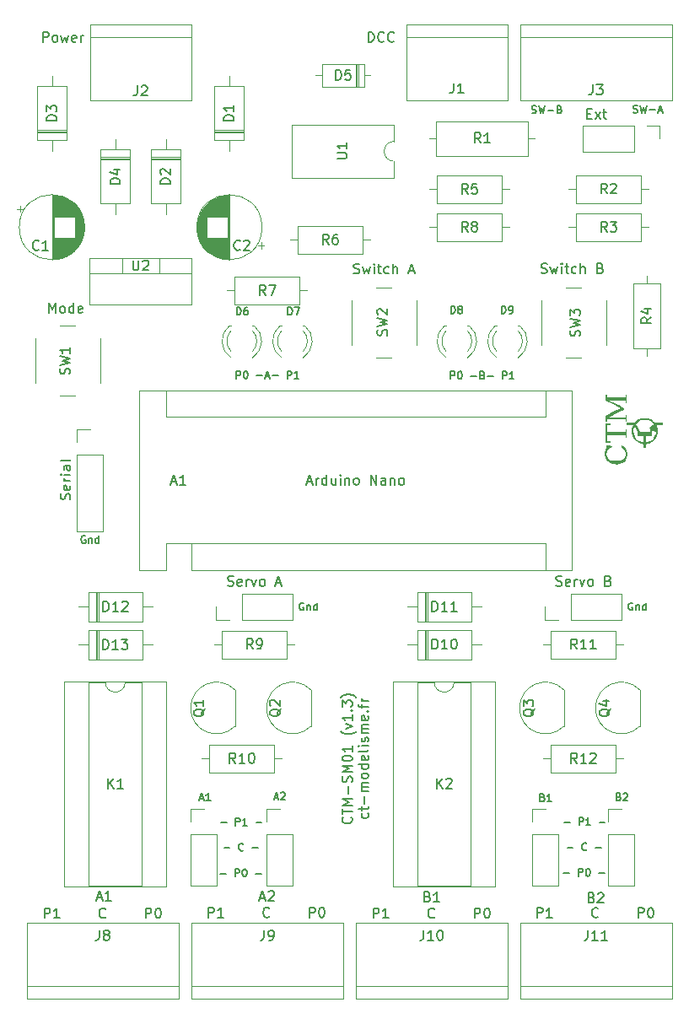
<source format=gbr>
%TF.GenerationSoftware,KiCad,Pcbnew,(6.0.6)*%
%TF.CreationDate,2023-08-03T10:39:42+02:00*%
%TF.ProjectId,SM01,534d3031-2e6b-4696-9361-645f70636258,1.2*%
%TF.SameCoordinates,Original*%
%TF.FileFunction,Legend,Top*%
%TF.FilePolarity,Positive*%
%FSLAX46Y46*%
G04 Gerber Fmt 4.6, Leading zero omitted, Abs format (unit mm)*
G04 Created by KiCad (PCBNEW (6.0.6)) date 2023-08-03 10:39:42*
%MOMM*%
%LPD*%
G01*
G04 APERTURE LIST*
%ADD10C,0.150000*%
%ADD11C,0.120000*%
G04 APERTURE END LIST*
D10*
X65944046Y-26616452D02*
X66051189Y-26652166D01*
X66229760Y-26652166D01*
X66301189Y-26616452D01*
X66336903Y-26580738D01*
X66372617Y-26509309D01*
X66372617Y-26437881D01*
X66336903Y-26366452D01*
X66301189Y-26330738D01*
X66229760Y-26295023D01*
X66086903Y-26259309D01*
X66015474Y-26223595D01*
X65979760Y-26187881D01*
X65944046Y-26116452D01*
X65944046Y-26045023D01*
X65979760Y-25973595D01*
X66015474Y-25937881D01*
X66086903Y-25902166D01*
X66265474Y-25902166D01*
X66372617Y-25937881D01*
X66622617Y-25902166D02*
X66801189Y-26652166D01*
X66944046Y-26116452D01*
X67086903Y-26652166D01*
X67265474Y-25902166D01*
X67551189Y-26366452D02*
X68122617Y-26366452D01*
X68729760Y-26259309D02*
X68836903Y-26295023D01*
X68872617Y-26330738D01*
X68908331Y-26402166D01*
X68908331Y-26509309D01*
X68872617Y-26580738D01*
X68836903Y-26616452D01*
X68765474Y-26652166D01*
X68479760Y-26652166D01*
X68479760Y-25902166D01*
X68729760Y-25902166D01*
X68801189Y-25937881D01*
X68836903Y-25973595D01*
X68872617Y-26045023D01*
X68872617Y-26116452D01*
X68836903Y-26187881D01*
X68801189Y-26223595D01*
X68729760Y-26259309D01*
X68479760Y-26259309D01*
X76140750Y-26565737D02*
X76247893Y-26601451D01*
X76426464Y-26601451D01*
X76497893Y-26565737D01*
X76533607Y-26530023D01*
X76569322Y-26458594D01*
X76569322Y-26387166D01*
X76533607Y-26315737D01*
X76497893Y-26280023D01*
X76426464Y-26244308D01*
X76283607Y-26208594D01*
X76212179Y-26172880D01*
X76176464Y-26137166D01*
X76140750Y-26065737D01*
X76140750Y-25994308D01*
X76176464Y-25922880D01*
X76212179Y-25887166D01*
X76283607Y-25851451D01*
X76462179Y-25851451D01*
X76569322Y-25887166D01*
X76819322Y-25851451D02*
X76997893Y-26601451D01*
X77140750Y-26065737D01*
X77283607Y-26601451D01*
X77462179Y-25851451D01*
X77747893Y-26315737D02*
X78319322Y-26315737D01*
X78640750Y-26387166D02*
X78997893Y-26387166D01*
X78569322Y-26601451D02*
X78819322Y-25851451D01*
X79069322Y-26601451D01*
X36288627Y-53289335D02*
X36288627Y-52539335D01*
X36574341Y-52539335D01*
X36645770Y-52575050D01*
X36681484Y-52610764D01*
X36717198Y-52682192D01*
X36717198Y-52789335D01*
X36681484Y-52860764D01*
X36645770Y-52896478D01*
X36574341Y-52932192D01*
X36288627Y-52932192D01*
X37181484Y-52539335D02*
X37252912Y-52539335D01*
X37324341Y-52575050D01*
X37360055Y-52610764D01*
X37395770Y-52682192D01*
X37431484Y-52825050D01*
X37431484Y-53003621D01*
X37395770Y-53146478D01*
X37360055Y-53217907D01*
X37324341Y-53253621D01*
X37252912Y-53289335D01*
X37181484Y-53289335D01*
X37110055Y-53253621D01*
X37074341Y-53217907D01*
X37038627Y-53146478D01*
X37002912Y-53003621D01*
X37002912Y-52825050D01*
X37038627Y-52682192D01*
X37074341Y-52610764D01*
X37110055Y-52575050D01*
X37181484Y-52539335D01*
X38324341Y-53003621D02*
X38895770Y-53003621D01*
X39217198Y-53075050D02*
X39574341Y-53075050D01*
X39145770Y-53289335D02*
X39395770Y-52539335D01*
X39645770Y-53289335D01*
X39895770Y-53003621D02*
X40467198Y-53003621D01*
X41395770Y-53289335D02*
X41395770Y-52539335D01*
X41681484Y-52539335D01*
X41752912Y-52575050D01*
X41788627Y-52610764D01*
X41824341Y-52682192D01*
X41824341Y-52789335D01*
X41788627Y-52860764D01*
X41752912Y-52896478D01*
X41681484Y-52932192D01*
X41395770Y-52932192D01*
X42538627Y-53289335D02*
X42110055Y-53289335D01*
X42324341Y-53289335D02*
X42324341Y-52539335D01*
X42252912Y-52646478D01*
X42181484Y-52717907D01*
X42110055Y-52753621D01*
X57799285Y-53330677D02*
X57799285Y-52580677D01*
X58085000Y-52580677D01*
X58156428Y-52616392D01*
X58192142Y-52652106D01*
X58227857Y-52723534D01*
X58227857Y-52830677D01*
X58192142Y-52902106D01*
X58156428Y-52937820D01*
X58085000Y-52973534D01*
X57799285Y-52973534D01*
X58692142Y-52580677D02*
X58763571Y-52580677D01*
X58835000Y-52616392D01*
X58870714Y-52652106D01*
X58906428Y-52723534D01*
X58942142Y-52866392D01*
X58942142Y-53044963D01*
X58906428Y-53187820D01*
X58870714Y-53259249D01*
X58835000Y-53294963D01*
X58763571Y-53330677D01*
X58692142Y-53330677D01*
X58620714Y-53294963D01*
X58585000Y-53259249D01*
X58549285Y-53187820D01*
X58513571Y-53044963D01*
X58513571Y-52866392D01*
X58549285Y-52723534D01*
X58585000Y-52652106D01*
X58620714Y-52616392D01*
X58692142Y-52580677D01*
X59835000Y-53044963D02*
X60406428Y-53044963D01*
X61013571Y-52937820D02*
X61120714Y-52973534D01*
X61156428Y-53009249D01*
X61192142Y-53080677D01*
X61192142Y-53187820D01*
X61156428Y-53259249D01*
X61120714Y-53294963D01*
X61049285Y-53330677D01*
X60763571Y-53330677D01*
X60763571Y-52580677D01*
X61013571Y-52580677D01*
X61085000Y-52616392D01*
X61120714Y-52652106D01*
X61156428Y-52723534D01*
X61156428Y-52794963D01*
X61120714Y-52866392D01*
X61085000Y-52902106D01*
X61013571Y-52937820D01*
X60763571Y-52937820D01*
X61513571Y-53044963D02*
X62085000Y-53044963D01*
X63013571Y-53330677D02*
X63013571Y-52580677D01*
X63299285Y-52580677D01*
X63370714Y-52616392D01*
X63406428Y-52652106D01*
X63442142Y-52723534D01*
X63442142Y-52830677D01*
X63406428Y-52902106D01*
X63370714Y-52937820D01*
X63299285Y-52973534D01*
X63013571Y-52973534D01*
X64156428Y-53330677D02*
X63727857Y-53330677D01*
X63942142Y-53330677D02*
X63942142Y-52580677D01*
X63870714Y-52687820D01*
X63799285Y-52759249D01*
X63727857Y-52794963D01*
X21120358Y-69098544D02*
X21048929Y-69062829D01*
X20941786Y-69062829D01*
X20834643Y-69098544D01*
X20763215Y-69169972D01*
X20727501Y-69241401D01*
X20691786Y-69384258D01*
X20691786Y-69491401D01*
X20727501Y-69634258D01*
X20763215Y-69705686D01*
X20834643Y-69777115D01*
X20941786Y-69812829D01*
X21013215Y-69812829D01*
X21120358Y-69777115D01*
X21156072Y-69741401D01*
X21156072Y-69491401D01*
X21013215Y-69491401D01*
X21477501Y-69312829D02*
X21477501Y-69812829D01*
X21477501Y-69384258D02*
X21513215Y-69348544D01*
X21584643Y-69312829D01*
X21691786Y-69312829D01*
X21763215Y-69348544D01*
X21798929Y-69419972D01*
X21798929Y-69812829D01*
X22477501Y-69812829D02*
X22477501Y-69062829D01*
X22477501Y-69777115D02*
X22406072Y-69812829D01*
X22263215Y-69812829D01*
X22191786Y-69777115D01*
X22156072Y-69741401D01*
X22120358Y-69669972D01*
X22120358Y-69455686D01*
X22156072Y-69384258D01*
X22191786Y-69348544D01*
X22263215Y-69312829D01*
X22406072Y-69312829D01*
X22477501Y-69348544D01*
X69139092Y-102935080D02*
X69710521Y-102935080D01*
X70639092Y-103220794D02*
X70639092Y-102470794D01*
X70924806Y-102470794D01*
X70996235Y-102506509D01*
X71031949Y-102542223D01*
X71067664Y-102613651D01*
X71067664Y-102720794D01*
X71031949Y-102792223D01*
X70996235Y-102827937D01*
X70924806Y-102863651D01*
X70639092Y-102863651D01*
X71531949Y-102470794D02*
X71603378Y-102470794D01*
X71674806Y-102506509D01*
X71710521Y-102542223D01*
X71746235Y-102613651D01*
X71781949Y-102756509D01*
X71781949Y-102935080D01*
X71746235Y-103077937D01*
X71710521Y-103149366D01*
X71674806Y-103185080D01*
X71603378Y-103220794D01*
X71531949Y-103220794D01*
X71460521Y-103185080D01*
X71424806Y-103149366D01*
X71389092Y-103077937D01*
X71353378Y-102935080D01*
X71353378Y-102756509D01*
X71389092Y-102613651D01*
X71424806Y-102542223D01*
X71460521Y-102506509D01*
X71531949Y-102470794D01*
X72674806Y-102935080D02*
X73246235Y-102935080D01*
X69178087Y-97826736D02*
X69749516Y-97826736D01*
X70678087Y-98112450D02*
X70678087Y-97362450D01*
X70963801Y-97362450D01*
X71035230Y-97398165D01*
X71070944Y-97433879D01*
X71106659Y-97505307D01*
X71106659Y-97612450D01*
X71070944Y-97683879D01*
X71035230Y-97719593D01*
X70963801Y-97755307D01*
X70678087Y-97755307D01*
X71820944Y-98112450D02*
X71392373Y-98112450D01*
X71606659Y-98112450D02*
X71606659Y-97362450D01*
X71535230Y-97469593D01*
X71463801Y-97541022D01*
X71392373Y-97576736D01*
X72713801Y-97826736D02*
X73285230Y-97826736D01*
X69496235Y-100361411D02*
X70067664Y-100361411D01*
X71424806Y-100575697D02*
X71389092Y-100611411D01*
X71281949Y-100647125D01*
X71210521Y-100647125D01*
X71103378Y-100611411D01*
X71031949Y-100539982D01*
X70996235Y-100468554D01*
X70960521Y-100325697D01*
X70960521Y-100218554D01*
X70996235Y-100075697D01*
X71031949Y-100004268D01*
X71103378Y-99932840D01*
X71210521Y-99897125D01*
X71281949Y-99897125D01*
X71389092Y-99932840D01*
X71424806Y-99968554D01*
X72317664Y-100361411D02*
X72889092Y-100361411D01*
X34715272Y-97865730D02*
X35286701Y-97865730D01*
X36215272Y-98151444D02*
X36215272Y-97401444D01*
X36500986Y-97401444D01*
X36572415Y-97437159D01*
X36608129Y-97472873D01*
X36643844Y-97544301D01*
X36643844Y-97651444D01*
X36608129Y-97722873D01*
X36572415Y-97758587D01*
X36500986Y-97794301D01*
X36215272Y-97794301D01*
X37358129Y-98151444D02*
X36929558Y-98151444D01*
X37143844Y-98151444D02*
X37143844Y-97401444D01*
X37072415Y-97508587D01*
X37000986Y-97580016D01*
X36929558Y-97615730D01*
X38250986Y-97865730D02*
X38822415Y-97865730D01*
X34676277Y-102974074D02*
X35247706Y-102974074D01*
X36176277Y-103259788D02*
X36176277Y-102509788D01*
X36461991Y-102509788D01*
X36533420Y-102545503D01*
X36569134Y-102581217D01*
X36604849Y-102652645D01*
X36604849Y-102759788D01*
X36569134Y-102831217D01*
X36533420Y-102866931D01*
X36461991Y-102902645D01*
X36176277Y-102902645D01*
X37069134Y-102509788D02*
X37140563Y-102509788D01*
X37211991Y-102545503D01*
X37247706Y-102581217D01*
X37283420Y-102652645D01*
X37319134Y-102795503D01*
X37319134Y-102974074D01*
X37283420Y-103116931D01*
X37247706Y-103188360D01*
X37211991Y-103224074D01*
X37140563Y-103259788D01*
X37069134Y-103259788D01*
X36997706Y-103224074D01*
X36961991Y-103188360D01*
X36926277Y-103116931D01*
X36890563Y-102974074D01*
X36890563Y-102795503D01*
X36926277Y-102652645D01*
X36961991Y-102581217D01*
X36997706Y-102545503D01*
X37069134Y-102509788D01*
X38211991Y-102974074D02*
X38783420Y-102974074D01*
X35033420Y-100400405D02*
X35604849Y-100400405D01*
X36961991Y-100614691D02*
X36926277Y-100650405D01*
X36819134Y-100686119D01*
X36747706Y-100686119D01*
X36640563Y-100650405D01*
X36569134Y-100578976D01*
X36533420Y-100507548D01*
X36497706Y-100364691D01*
X36497706Y-100257548D01*
X36533420Y-100114691D01*
X36569134Y-100043262D01*
X36640563Y-99971834D01*
X36747706Y-99936119D01*
X36819134Y-99936119D01*
X36926277Y-99971834D01*
X36961991Y-100007548D01*
X37854849Y-100400405D02*
X38426277Y-100400405D01*
X43020557Y-75825000D02*
X42949128Y-75789285D01*
X42841985Y-75789285D01*
X42734842Y-75825000D01*
X42663414Y-75896428D01*
X42627700Y-75967857D01*
X42591985Y-76110714D01*
X42591985Y-76217857D01*
X42627700Y-76360714D01*
X42663414Y-76432142D01*
X42734842Y-76503571D01*
X42841985Y-76539285D01*
X42913414Y-76539285D01*
X43020557Y-76503571D01*
X43056271Y-76467857D01*
X43056271Y-76217857D01*
X42913414Y-76217857D01*
X43377700Y-76039285D02*
X43377700Y-76539285D01*
X43377700Y-76110714D02*
X43413414Y-76075000D01*
X43484842Y-76039285D01*
X43591985Y-76039285D01*
X43663414Y-76075000D01*
X43699128Y-76146428D01*
X43699128Y-76539285D01*
X44377700Y-76539285D02*
X44377700Y-75789285D01*
X44377700Y-76503571D02*
X44306271Y-76539285D01*
X44163414Y-76539285D01*
X44091985Y-76503571D01*
X44056271Y-76467857D01*
X44020557Y-76396428D01*
X44020557Y-76182142D01*
X44056271Y-76110714D01*
X44091985Y-76075000D01*
X44163414Y-76039285D01*
X44306271Y-76039285D01*
X44377700Y-76075000D01*
X76047148Y-75825000D02*
X75975719Y-75789285D01*
X75868576Y-75789285D01*
X75761433Y-75825000D01*
X75690005Y-75896428D01*
X75654291Y-75967857D01*
X75618576Y-76110714D01*
X75618576Y-76217857D01*
X75654291Y-76360714D01*
X75690005Y-76432142D01*
X75761433Y-76503571D01*
X75868576Y-76539285D01*
X75940005Y-76539285D01*
X76047148Y-76503571D01*
X76082862Y-76467857D01*
X76082862Y-76217857D01*
X75940005Y-76217857D01*
X76404291Y-76039285D02*
X76404291Y-76539285D01*
X76404291Y-76110714D02*
X76440005Y-76075000D01*
X76511433Y-76039285D01*
X76618576Y-76039285D01*
X76690005Y-76075000D01*
X76725719Y-76146428D01*
X76725719Y-76539285D01*
X77404291Y-76539285D02*
X77404291Y-75789285D01*
X77404291Y-76503571D02*
X77332862Y-76539285D01*
X77190005Y-76539285D01*
X77118576Y-76503571D01*
X77082862Y-76467857D01*
X77047148Y-76396428D01*
X77047148Y-76182142D01*
X77082862Y-76110714D01*
X77118576Y-76075000D01*
X77190005Y-76039285D01*
X77332862Y-76039285D01*
X77404291Y-76075000D01*
X22276960Y-105402046D02*
X22753150Y-105402046D01*
X22181722Y-105687760D02*
X22515055Y-104687760D01*
X22848388Y-105687760D01*
X23705531Y-105687760D02*
X23134103Y-105687760D01*
X23419817Y-105687760D02*
X23419817Y-104687760D01*
X23324579Y-104830618D01*
X23229341Y-104925856D01*
X23134103Y-104973475D01*
X72596318Y-107318952D02*
X72548699Y-107366571D01*
X72405842Y-107414190D01*
X72310604Y-107414190D01*
X72167747Y-107366571D01*
X72072509Y-107271333D01*
X72024890Y-107176095D01*
X71977271Y-106985619D01*
X71977271Y-106842762D01*
X72024890Y-106652286D01*
X72072509Y-106557048D01*
X72167747Y-106461810D01*
X72310604Y-106414190D01*
X72405842Y-106414190D01*
X72548699Y-106461810D01*
X72596318Y-106509429D01*
X66468699Y-107414190D02*
X66468699Y-106414190D01*
X66849652Y-106414190D01*
X66944890Y-106461810D01*
X66992509Y-106509429D01*
X67040128Y-106604667D01*
X67040128Y-106747524D01*
X66992509Y-106842762D01*
X66944890Y-106890381D01*
X66849652Y-106938000D01*
X66468699Y-106938000D01*
X67992509Y-107414190D02*
X67421080Y-107414190D01*
X67706795Y-107414190D02*
X67706795Y-106414190D01*
X67611556Y-106557048D01*
X67516318Y-106652286D01*
X67421080Y-106699905D01*
X76628699Y-107414190D02*
X76628699Y-106414190D01*
X77009652Y-106414190D01*
X77104890Y-106461810D01*
X77152509Y-106509429D01*
X77200128Y-106604667D01*
X77200128Y-106747524D01*
X77152509Y-106842762D01*
X77104890Y-106890381D01*
X77009652Y-106938000D01*
X76628699Y-106938000D01*
X77819175Y-106414190D02*
X77914414Y-106414190D01*
X78009652Y-106461810D01*
X78057271Y-106509429D01*
X78104890Y-106604667D01*
X78152509Y-106795143D01*
X78152509Y-107033238D01*
X78104890Y-107223714D01*
X78057271Y-107318952D01*
X78009652Y-107366571D01*
X77914414Y-107414190D01*
X77819175Y-107414190D01*
X77723937Y-107366571D01*
X77676318Y-107318952D01*
X77628699Y-107223714D01*
X77581080Y-107033238D01*
X77581080Y-106795143D01*
X77628699Y-106604667D01*
X77676318Y-106509429D01*
X77723937Y-106461810D01*
X77819175Y-106414190D01*
X56164699Y-107347296D02*
X56117080Y-107394915D01*
X55974223Y-107442534D01*
X55878985Y-107442534D01*
X55736128Y-107394915D01*
X55640890Y-107299677D01*
X55593271Y-107204439D01*
X55545652Y-107013963D01*
X55545652Y-106871106D01*
X55593271Y-106680630D01*
X55640890Y-106585392D01*
X55736128Y-106490154D01*
X55878985Y-106442534D01*
X55974223Y-106442534D01*
X56117080Y-106490154D01*
X56164699Y-106537773D01*
X50037080Y-107442534D02*
X50037080Y-106442534D01*
X50418033Y-106442534D01*
X50513271Y-106490154D01*
X50560890Y-106537773D01*
X50608509Y-106633011D01*
X50608509Y-106775868D01*
X50560890Y-106871106D01*
X50513271Y-106918725D01*
X50418033Y-106966344D01*
X50037080Y-106966344D01*
X51560890Y-107442534D02*
X50989461Y-107442534D01*
X51275176Y-107442534D02*
X51275176Y-106442534D01*
X51179937Y-106585392D01*
X51084699Y-106680630D01*
X50989461Y-106728249D01*
X60197080Y-107442534D02*
X60197080Y-106442534D01*
X60578033Y-106442534D01*
X60673271Y-106490154D01*
X60720890Y-106537773D01*
X60768509Y-106633011D01*
X60768509Y-106775868D01*
X60720890Y-106871106D01*
X60673271Y-106918725D01*
X60578033Y-106966344D01*
X60197080Y-106966344D01*
X61387556Y-106442534D02*
X61482795Y-106442534D01*
X61578033Y-106490154D01*
X61625652Y-106537773D01*
X61673271Y-106633011D01*
X61720890Y-106823487D01*
X61720890Y-107061582D01*
X61673271Y-107252058D01*
X61625652Y-107347296D01*
X61578033Y-107394915D01*
X61482795Y-107442534D01*
X61387556Y-107442534D01*
X61292318Y-107394915D01*
X61244699Y-107347296D01*
X61197080Y-107252058D01*
X61149461Y-107061582D01*
X61149461Y-106823487D01*
X61197080Y-106633011D01*
X61244699Y-106537773D01*
X61292318Y-106490154D01*
X61387556Y-106442534D01*
X39595905Y-107279957D02*
X39548286Y-107327576D01*
X39405429Y-107375195D01*
X39310191Y-107375195D01*
X39167334Y-107327576D01*
X39072096Y-107232338D01*
X39024477Y-107137100D01*
X38976858Y-106946624D01*
X38976858Y-106803767D01*
X39024477Y-106613291D01*
X39072096Y-106518053D01*
X39167334Y-106422815D01*
X39310191Y-106375195D01*
X39405429Y-106375195D01*
X39548286Y-106422815D01*
X39595905Y-106470434D01*
X33468286Y-107375195D02*
X33468286Y-106375195D01*
X33849239Y-106375195D01*
X33944477Y-106422815D01*
X33992096Y-106470434D01*
X34039715Y-106565672D01*
X34039715Y-106708529D01*
X33992096Y-106803767D01*
X33944477Y-106851386D01*
X33849239Y-106899005D01*
X33468286Y-106899005D01*
X34992096Y-107375195D02*
X34420667Y-107375195D01*
X34706382Y-107375195D02*
X34706382Y-106375195D01*
X34611143Y-106518053D01*
X34515905Y-106613291D01*
X34420667Y-106660910D01*
X43628286Y-107375195D02*
X43628286Y-106375195D01*
X44009239Y-106375195D01*
X44104477Y-106422815D01*
X44152096Y-106470434D01*
X44199715Y-106565672D01*
X44199715Y-106708529D01*
X44152096Y-106803767D01*
X44104477Y-106851386D01*
X44009239Y-106899005D01*
X43628286Y-106899005D01*
X44818762Y-106375195D02*
X44914001Y-106375195D01*
X45009239Y-106422815D01*
X45056858Y-106470434D01*
X45104477Y-106565672D01*
X45152096Y-106756148D01*
X45152096Y-106994243D01*
X45104477Y-107184719D01*
X45056858Y-107279957D01*
X45009239Y-107327576D01*
X44914001Y-107375195D01*
X44818762Y-107375195D01*
X44723524Y-107327576D01*
X44675905Y-107279957D01*
X44628286Y-107184719D01*
X44580667Y-106994243D01*
X44580667Y-106756148D01*
X44628286Y-106565672D01*
X44675905Y-106470434D01*
X44723524Y-106422815D01*
X44818762Y-106375195D01*
X17017080Y-107442534D02*
X17017080Y-106442534D01*
X17398033Y-106442534D01*
X17493271Y-106490154D01*
X17540890Y-106537773D01*
X17588509Y-106633011D01*
X17588509Y-106775868D01*
X17540890Y-106871106D01*
X17493271Y-106918725D01*
X17398033Y-106966344D01*
X17017080Y-106966344D01*
X18540890Y-107442534D02*
X17969461Y-107442534D01*
X18255176Y-107442534D02*
X18255176Y-106442534D01*
X18159937Y-106585392D01*
X18064699Y-106680630D01*
X17969461Y-106728249D01*
X23144699Y-107347296D02*
X23097080Y-107394915D01*
X22954223Y-107442534D01*
X22858985Y-107442534D01*
X22716128Y-107394915D01*
X22620890Y-107299677D01*
X22573271Y-107204439D01*
X22525652Y-107013963D01*
X22525652Y-106871106D01*
X22573271Y-106680630D01*
X22620890Y-106585392D01*
X22716128Y-106490154D01*
X22858985Y-106442534D01*
X22954223Y-106442534D01*
X23097080Y-106490154D01*
X23144699Y-106537773D01*
X35433333Y-74064761D02*
X35576190Y-74112380D01*
X35814285Y-74112380D01*
X35909523Y-74064761D01*
X35957142Y-74017142D01*
X36004761Y-73921904D01*
X36004761Y-73826666D01*
X35957142Y-73731428D01*
X35909523Y-73683809D01*
X35814285Y-73636190D01*
X35623809Y-73588571D01*
X35528571Y-73540952D01*
X35480952Y-73493333D01*
X35433333Y-73398095D01*
X35433333Y-73302857D01*
X35480952Y-73207619D01*
X35528571Y-73160000D01*
X35623809Y-73112380D01*
X35861904Y-73112380D01*
X36004761Y-73160000D01*
X36814285Y-74064761D02*
X36719047Y-74112380D01*
X36528571Y-74112380D01*
X36433333Y-74064761D01*
X36385714Y-73969523D01*
X36385714Y-73588571D01*
X36433333Y-73493333D01*
X36528571Y-73445714D01*
X36719047Y-73445714D01*
X36814285Y-73493333D01*
X36861904Y-73588571D01*
X36861904Y-73683809D01*
X36385714Y-73779047D01*
X37290476Y-74112380D02*
X37290476Y-73445714D01*
X37290476Y-73636190D02*
X37338095Y-73540952D01*
X37385714Y-73493333D01*
X37480952Y-73445714D01*
X37576190Y-73445714D01*
X37814285Y-73445714D02*
X38052380Y-74112380D01*
X38290476Y-73445714D01*
X38814285Y-74112380D02*
X38719047Y-74064761D01*
X38671428Y-74017142D01*
X38623809Y-73921904D01*
X38623809Y-73636190D01*
X38671428Y-73540952D01*
X38719047Y-73493333D01*
X38814285Y-73445714D01*
X38957142Y-73445714D01*
X39052380Y-73493333D01*
X39100000Y-73540952D01*
X39147619Y-73636190D01*
X39147619Y-73921904D01*
X39100000Y-74017142D01*
X39052380Y-74064761D01*
X38957142Y-74112380D01*
X38814285Y-74112380D01*
X40290476Y-73826666D02*
X40766666Y-73826666D01*
X40195238Y-74112380D02*
X40528571Y-73112380D01*
X40861904Y-74112380D01*
X43402857Y-63666666D02*
X43879047Y-63666666D01*
X43307619Y-63952380D02*
X43640952Y-62952380D01*
X43974285Y-63952380D01*
X44307619Y-63952380D02*
X44307619Y-63285714D01*
X44307619Y-63476190D02*
X44355238Y-63380952D01*
X44402857Y-63333333D01*
X44498095Y-63285714D01*
X44593333Y-63285714D01*
X45355238Y-63952380D02*
X45355238Y-62952380D01*
X45355238Y-63904761D02*
X45260000Y-63952380D01*
X45069523Y-63952380D01*
X44974285Y-63904761D01*
X44926666Y-63857142D01*
X44879047Y-63761904D01*
X44879047Y-63476190D01*
X44926666Y-63380952D01*
X44974285Y-63333333D01*
X45069523Y-63285714D01*
X45260000Y-63285714D01*
X45355238Y-63333333D01*
X46260000Y-63285714D02*
X46260000Y-63952380D01*
X45831428Y-63285714D02*
X45831428Y-63809523D01*
X45879047Y-63904761D01*
X45974285Y-63952380D01*
X46117142Y-63952380D01*
X46212380Y-63904761D01*
X46260000Y-63857142D01*
X46736190Y-63952380D02*
X46736190Y-63285714D01*
X46736190Y-62952380D02*
X46688571Y-63000000D01*
X46736190Y-63047619D01*
X46783809Y-63000000D01*
X46736190Y-62952380D01*
X46736190Y-63047619D01*
X47212380Y-63285714D02*
X47212380Y-63952380D01*
X47212380Y-63380952D02*
X47260000Y-63333333D01*
X47355238Y-63285714D01*
X47498095Y-63285714D01*
X47593333Y-63333333D01*
X47640952Y-63428571D01*
X47640952Y-63952380D01*
X48260000Y-63952380D02*
X48164761Y-63904761D01*
X48117142Y-63857142D01*
X48069523Y-63761904D01*
X48069523Y-63476190D01*
X48117142Y-63380952D01*
X48164761Y-63333333D01*
X48260000Y-63285714D01*
X48402857Y-63285714D01*
X48498095Y-63333333D01*
X48545714Y-63380952D01*
X48593333Y-63476190D01*
X48593333Y-63761904D01*
X48545714Y-63857142D01*
X48498095Y-63904761D01*
X48402857Y-63952380D01*
X48260000Y-63952380D01*
X49783809Y-63952380D02*
X49783809Y-62952380D01*
X50355238Y-63952380D01*
X50355238Y-62952380D01*
X51260000Y-63952380D02*
X51260000Y-63428571D01*
X51212380Y-63333333D01*
X51117142Y-63285714D01*
X50926666Y-63285714D01*
X50831428Y-63333333D01*
X51260000Y-63904761D02*
X51164761Y-63952380D01*
X50926666Y-63952380D01*
X50831428Y-63904761D01*
X50783809Y-63809523D01*
X50783809Y-63714285D01*
X50831428Y-63619047D01*
X50926666Y-63571428D01*
X51164761Y-63571428D01*
X51260000Y-63523809D01*
X51736190Y-63285714D02*
X51736190Y-63952380D01*
X51736190Y-63380952D02*
X51783809Y-63333333D01*
X51879047Y-63285714D01*
X52021904Y-63285714D01*
X52117142Y-63333333D01*
X52164761Y-63428571D01*
X52164761Y-63952380D01*
X52783809Y-63952380D02*
X52688571Y-63904761D01*
X52640952Y-63857142D01*
X52593333Y-63761904D01*
X52593333Y-63476190D01*
X52640952Y-63380952D01*
X52688571Y-63333333D01*
X52783809Y-63285714D01*
X52926666Y-63285714D01*
X53021904Y-63333333D01*
X53069523Y-63380952D01*
X53117142Y-63476190D01*
X53117142Y-63761904D01*
X53069523Y-63857142D01*
X53021904Y-63904761D01*
X52926666Y-63952380D01*
X52783809Y-63952380D01*
X71485238Y-26697893D02*
X71818571Y-26697893D01*
X71961428Y-27221702D02*
X71485238Y-27221702D01*
X71485238Y-26221702D01*
X71961428Y-26221702D01*
X72294761Y-27221702D02*
X72818571Y-26555036D01*
X72294761Y-26555036D02*
X72818571Y-27221702D01*
X73056666Y-26555036D02*
X73437619Y-26555036D01*
X73199523Y-26221702D02*
X73199523Y-27078845D01*
X73247142Y-27174083D01*
X73342380Y-27221702D01*
X73437619Y-27221702D01*
X74671606Y-95262908D02*
X74778749Y-95298622D01*
X74814463Y-95334337D01*
X74850178Y-95405765D01*
X74850178Y-95512908D01*
X74814463Y-95584337D01*
X74778749Y-95620051D01*
X74707320Y-95655765D01*
X74421606Y-95655765D01*
X74421606Y-94905765D01*
X74671606Y-94905765D01*
X74743035Y-94941480D01*
X74778749Y-94977194D01*
X74814463Y-95048622D01*
X74814463Y-95120051D01*
X74778749Y-95191480D01*
X74743035Y-95227194D01*
X74671606Y-95262908D01*
X74421606Y-95262908D01*
X75135892Y-94977194D02*
X75171606Y-94941480D01*
X75243035Y-94905765D01*
X75421606Y-94905765D01*
X75493035Y-94941480D01*
X75528749Y-94977194D01*
X75564463Y-95048622D01*
X75564463Y-95120051D01*
X75528749Y-95227194D01*
X75100178Y-95655765D01*
X75564463Y-95655765D01*
X38655714Y-105430344D02*
X39131904Y-105430344D01*
X38560476Y-105716058D02*
X38893809Y-104716058D01*
X39227142Y-105716058D01*
X39512857Y-104811297D02*
X39560476Y-104763678D01*
X39655714Y-104716058D01*
X39893809Y-104716058D01*
X39989047Y-104763678D01*
X40036666Y-104811297D01*
X40084285Y-104906535D01*
X40084285Y-105001773D01*
X40036666Y-105144630D01*
X39465238Y-105716058D01*
X40084285Y-105716058D01*
X16856673Y-19502380D02*
X16856673Y-18502380D01*
X17237625Y-18502380D01*
X17332864Y-18550000D01*
X17380483Y-18597619D01*
X17428102Y-18692857D01*
X17428102Y-18835714D01*
X17380483Y-18930952D01*
X17332864Y-18978571D01*
X17237625Y-19026190D01*
X16856673Y-19026190D01*
X17999530Y-19502380D02*
X17904292Y-19454761D01*
X17856673Y-19407142D01*
X17809054Y-19311904D01*
X17809054Y-19026190D01*
X17856673Y-18930952D01*
X17904292Y-18883333D01*
X17999530Y-18835714D01*
X18142387Y-18835714D01*
X18237625Y-18883333D01*
X18285244Y-18930952D01*
X18332864Y-19026190D01*
X18332864Y-19311904D01*
X18285244Y-19407142D01*
X18237625Y-19454761D01*
X18142387Y-19502380D01*
X17999530Y-19502380D01*
X18666197Y-18835714D02*
X18856673Y-19502380D01*
X19047149Y-19026190D01*
X19237625Y-19502380D01*
X19428102Y-18835714D01*
X20190006Y-19454761D02*
X20094768Y-19502380D01*
X19904292Y-19502380D01*
X19809054Y-19454761D01*
X19761435Y-19359523D01*
X19761435Y-18978571D01*
X19809054Y-18883333D01*
X19904292Y-18835714D01*
X20094768Y-18835714D01*
X20190006Y-18883333D01*
X20237625Y-18978571D01*
X20237625Y-19073809D01*
X19761435Y-19169047D01*
X20666197Y-19502380D02*
X20666197Y-18835714D01*
X20666197Y-19026190D02*
X20713816Y-18930952D01*
X20761435Y-18883333D01*
X20856673Y-18835714D01*
X20951911Y-18835714D01*
X19571249Y-65406865D02*
X19618868Y-65264008D01*
X19618868Y-65025913D01*
X19571249Y-64930675D01*
X19523630Y-64883055D01*
X19428392Y-64835436D01*
X19333154Y-64835436D01*
X19237916Y-64883055D01*
X19190297Y-64930675D01*
X19142678Y-65025913D01*
X19095059Y-65216389D01*
X19047440Y-65311627D01*
X18999821Y-65359246D01*
X18904583Y-65406865D01*
X18809345Y-65406865D01*
X18714107Y-65359246D01*
X18666488Y-65311627D01*
X18618868Y-65216389D01*
X18618868Y-64978294D01*
X18666488Y-64835436D01*
X19571249Y-64025913D02*
X19618868Y-64121151D01*
X19618868Y-64311627D01*
X19571249Y-64406865D01*
X19476011Y-64454484D01*
X19095059Y-64454484D01*
X18999821Y-64406865D01*
X18952202Y-64311627D01*
X18952202Y-64121151D01*
X18999821Y-64025913D01*
X19095059Y-63978294D01*
X19190297Y-63978294D01*
X19285535Y-64454484D01*
X19618868Y-63549722D02*
X18952202Y-63549722D01*
X19142678Y-63549722D02*
X19047440Y-63502103D01*
X18999821Y-63454484D01*
X18952202Y-63359246D01*
X18952202Y-63264008D01*
X19618868Y-62930675D02*
X18952202Y-62930675D01*
X18618868Y-62930675D02*
X18666488Y-62978294D01*
X18714107Y-62930675D01*
X18666488Y-62883055D01*
X18618868Y-62930675D01*
X18714107Y-62930675D01*
X19618868Y-62025913D02*
X19095059Y-62025913D01*
X18999821Y-62073532D01*
X18952202Y-62168770D01*
X18952202Y-62359246D01*
X18999821Y-62454484D01*
X19571249Y-62025913D02*
X19618868Y-62121151D01*
X19618868Y-62359246D01*
X19571249Y-62454484D01*
X19476011Y-62502103D01*
X19380773Y-62502103D01*
X19285535Y-62454484D01*
X19237916Y-62359246D01*
X19237916Y-62121151D01*
X19190297Y-62025913D01*
X19618868Y-61406865D02*
X19571249Y-61502103D01*
X19476011Y-61549722D01*
X18618868Y-61549722D01*
X66890296Y-42682550D02*
X67033154Y-42730169D01*
X67271249Y-42730169D01*
X67366487Y-42682550D01*
X67414106Y-42634931D01*
X67461725Y-42539693D01*
X67461725Y-42444455D01*
X67414106Y-42349217D01*
X67366487Y-42301598D01*
X67271249Y-42253979D01*
X67080773Y-42206360D01*
X66985535Y-42158741D01*
X66937915Y-42111122D01*
X66890296Y-42015884D01*
X66890296Y-41920646D01*
X66937915Y-41825408D01*
X66985535Y-41777789D01*
X67080773Y-41730169D01*
X67318868Y-41730169D01*
X67461725Y-41777789D01*
X67795058Y-42063503D02*
X67985535Y-42730169D01*
X68176011Y-42253979D01*
X68366487Y-42730169D01*
X68556963Y-42063503D01*
X68937915Y-42730169D02*
X68937915Y-42063503D01*
X68937915Y-41730169D02*
X68890296Y-41777789D01*
X68937915Y-41825408D01*
X68985535Y-41777789D01*
X68937915Y-41730169D01*
X68937915Y-41825408D01*
X69271249Y-42063503D02*
X69652201Y-42063503D01*
X69414106Y-41730169D02*
X69414106Y-42587312D01*
X69461725Y-42682550D01*
X69556963Y-42730169D01*
X69652201Y-42730169D01*
X70414106Y-42682550D02*
X70318868Y-42730169D01*
X70128392Y-42730169D01*
X70033154Y-42682550D01*
X69985535Y-42634931D01*
X69937915Y-42539693D01*
X69937915Y-42253979D01*
X69985535Y-42158741D01*
X70033154Y-42111122D01*
X70128392Y-42063503D01*
X70318868Y-42063503D01*
X70414106Y-42111122D01*
X70842677Y-42730169D02*
X70842677Y-41730169D01*
X71271249Y-42730169D02*
X71271249Y-42206360D01*
X71223630Y-42111122D01*
X71128392Y-42063503D01*
X70985535Y-42063503D01*
X70890296Y-42111122D01*
X70842677Y-42158741D01*
X72842677Y-42206360D02*
X72985535Y-42253979D01*
X73033154Y-42301598D01*
X73080773Y-42396836D01*
X73080773Y-42539693D01*
X73033154Y-42634931D01*
X72985535Y-42682550D01*
X72890296Y-42730169D01*
X72509344Y-42730169D01*
X72509344Y-41730169D01*
X72842677Y-41730169D01*
X72937915Y-41777789D01*
X72985535Y-41825408D01*
X73033154Y-41920646D01*
X73033154Y-42015884D01*
X72985535Y-42111122D01*
X72937915Y-42158741D01*
X72842677Y-42206360D01*
X72509344Y-42206360D01*
X40104285Y-95368816D02*
X40461428Y-95368816D01*
X40032857Y-95583101D02*
X40282857Y-94833101D01*
X40532857Y-95583101D01*
X40747142Y-94904530D02*
X40782857Y-94868816D01*
X40854285Y-94833101D01*
X41032857Y-94833101D01*
X41104285Y-94868816D01*
X41140000Y-94904530D01*
X41175714Y-94975958D01*
X41175714Y-95047387D01*
X41140000Y-95154530D01*
X40711428Y-95583101D01*
X41175714Y-95583101D01*
X17483483Y-46689966D02*
X17483483Y-45689966D01*
X17816816Y-46404252D01*
X18150150Y-45689966D01*
X18150150Y-46689966D01*
X18769197Y-46689966D02*
X18673959Y-46642347D01*
X18626340Y-46594728D01*
X18578721Y-46499490D01*
X18578721Y-46213776D01*
X18626340Y-46118538D01*
X18673959Y-46070919D01*
X18769197Y-46023300D01*
X18912054Y-46023300D01*
X19007292Y-46070919D01*
X19054911Y-46118538D01*
X19102530Y-46213776D01*
X19102530Y-46499490D01*
X19054911Y-46594728D01*
X19007292Y-46642347D01*
X18912054Y-46689966D01*
X18769197Y-46689966D01*
X19959673Y-46689966D02*
X19959673Y-45689966D01*
X19959673Y-46642347D02*
X19864435Y-46689966D01*
X19673959Y-46689966D01*
X19578721Y-46642347D01*
X19531102Y-46594728D01*
X19483483Y-46499490D01*
X19483483Y-46213776D01*
X19531102Y-46118538D01*
X19578721Y-46070919D01*
X19673959Y-46023300D01*
X19864435Y-46023300D01*
X19959673Y-46070919D01*
X20816816Y-46642347D02*
X20721578Y-46689966D01*
X20531102Y-46689966D01*
X20435864Y-46642347D01*
X20388245Y-46547109D01*
X20388245Y-46166157D01*
X20435864Y-46070919D01*
X20531102Y-46023300D01*
X20721578Y-46023300D01*
X20816816Y-46070919D01*
X20864435Y-46166157D01*
X20864435Y-46261395D01*
X20388245Y-46356633D01*
X49538095Y-19502380D02*
X49538095Y-18502380D01*
X49776190Y-18502380D01*
X49919047Y-18550000D01*
X50014285Y-18645238D01*
X50061904Y-18740476D01*
X50109523Y-18930952D01*
X50109523Y-19073809D01*
X50061904Y-19264285D01*
X50014285Y-19359523D01*
X49919047Y-19454761D01*
X49776190Y-19502380D01*
X49538095Y-19502380D01*
X51109523Y-19407142D02*
X51061904Y-19454761D01*
X50919047Y-19502380D01*
X50823809Y-19502380D01*
X50680952Y-19454761D01*
X50585714Y-19359523D01*
X50538095Y-19264285D01*
X50490476Y-19073809D01*
X50490476Y-18930952D01*
X50538095Y-18740476D01*
X50585714Y-18645238D01*
X50680952Y-18550000D01*
X50823809Y-18502380D01*
X50919047Y-18502380D01*
X51061904Y-18550000D01*
X51109523Y-18597619D01*
X52109523Y-19407142D02*
X52061904Y-19454761D01*
X51919047Y-19502380D01*
X51823809Y-19502380D01*
X51680952Y-19454761D01*
X51585714Y-19359523D01*
X51538095Y-19264285D01*
X51490476Y-19073809D01*
X51490476Y-18930952D01*
X51538095Y-18740476D01*
X51585714Y-18645238D01*
X51680952Y-18550000D01*
X51823809Y-18502380D01*
X51919047Y-18502380D01*
X52061904Y-18550000D01*
X52109523Y-18597619D01*
X27177080Y-107442534D02*
X27177080Y-106442534D01*
X27558033Y-106442534D01*
X27653271Y-106490154D01*
X27700890Y-106537773D01*
X27748509Y-106633011D01*
X27748509Y-106775868D01*
X27700890Y-106871106D01*
X27653271Y-106918725D01*
X27558033Y-106966344D01*
X27177080Y-106966344D01*
X28367556Y-106442534D02*
X28462795Y-106442534D01*
X28558033Y-106490154D01*
X28605652Y-106537773D01*
X28653271Y-106633011D01*
X28700890Y-106823487D01*
X28700890Y-107061582D01*
X28653271Y-107252058D01*
X28605652Y-107347296D01*
X28558033Y-107394915D01*
X28462795Y-107442534D01*
X28367556Y-107442534D01*
X28272318Y-107394915D01*
X28224699Y-107347296D01*
X28177080Y-107252058D01*
X28129461Y-107061582D01*
X28129461Y-106823487D01*
X28177080Y-106633011D01*
X28224699Y-106537773D01*
X28272318Y-106490154D01*
X28367556Y-106442534D01*
X48062153Y-42708547D02*
X48205010Y-42756166D01*
X48443105Y-42756166D01*
X48538343Y-42708547D01*
X48585963Y-42660928D01*
X48633582Y-42565690D01*
X48633582Y-42470452D01*
X48585963Y-42375214D01*
X48538343Y-42327595D01*
X48443105Y-42279976D01*
X48252629Y-42232357D01*
X48157391Y-42184738D01*
X48109772Y-42137119D01*
X48062153Y-42041881D01*
X48062153Y-41946643D01*
X48109772Y-41851405D01*
X48157391Y-41803786D01*
X48252629Y-41756166D01*
X48490724Y-41756166D01*
X48633582Y-41803786D01*
X48966915Y-42089500D02*
X49157391Y-42756166D01*
X49347867Y-42279976D01*
X49538343Y-42756166D01*
X49728820Y-42089500D01*
X50109772Y-42756166D02*
X50109772Y-42089500D01*
X50109772Y-41756166D02*
X50062153Y-41803786D01*
X50109772Y-41851405D01*
X50157391Y-41803786D01*
X50109772Y-41756166D01*
X50109772Y-41851405D01*
X50443105Y-42089500D02*
X50824058Y-42089500D01*
X50585963Y-41756166D02*
X50585963Y-42613309D01*
X50633582Y-42708547D01*
X50728820Y-42756166D01*
X50824058Y-42756166D01*
X51585963Y-42708547D02*
X51490724Y-42756166D01*
X51300248Y-42756166D01*
X51205010Y-42708547D01*
X51157391Y-42660928D01*
X51109772Y-42565690D01*
X51109772Y-42279976D01*
X51157391Y-42184738D01*
X51205010Y-42137119D01*
X51300248Y-42089500D01*
X51490724Y-42089500D01*
X51585963Y-42137119D01*
X52014534Y-42756166D02*
X52014534Y-41756166D01*
X52443105Y-42756166D02*
X52443105Y-42232357D01*
X52395486Y-42137119D01*
X52300248Y-42089500D01*
X52157391Y-42089500D01*
X52062153Y-42137119D01*
X52014534Y-42184738D01*
X53633582Y-42470452D02*
X54109772Y-42470452D01*
X53538343Y-42756166D02*
X53871677Y-41756166D01*
X54205010Y-42756166D01*
X47812142Y-97320952D02*
X47859761Y-97368571D01*
X47907380Y-97511428D01*
X47907380Y-97606666D01*
X47859761Y-97749523D01*
X47764523Y-97844761D01*
X47669285Y-97892380D01*
X47478809Y-97940000D01*
X47335952Y-97940000D01*
X47145476Y-97892380D01*
X47050238Y-97844761D01*
X46955000Y-97749523D01*
X46907380Y-97606666D01*
X46907380Y-97511428D01*
X46955000Y-97368571D01*
X47002619Y-97320952D01*
X46907380Y-97035238D02*
X46907380Y-96463809D01*
X47907380Y-96749523D02*
X46907380Y-96749523D01*
X47907380Y-96130476D02*
X46907380Y-96130476D01*
X47621666Y-95797142D01*
X46907380Y-95463809D01*
X47907380Y-95463809D01*
X47526428Y-94987619D02*
X47526428Y-94225714D01*
X47859761Y-93797142D02*
X47907380Y-93654285D01*
X47907380Y-93416190D01*
X47859761Y-93320952D01*
X47812142Y-93273333D01*
X47716904Y-93225714D01*
X47621666Y-93225714D01*
X47526428Y-93273333D01*
X47478809Y-93320952D01*
X47431190Y-93416190D01*
X47383571Y-93606666D01*
X47335952Y-93701904D01*
X47288333Y-93749523D01*
X47193095Y-93797142D01*
X47097857Y-93797142D01*
X47002619Y-93749523D01*
X46955000Y-93701904D01*
X46907380Y-93606666D01*
X46907380Y-93368571D01*
X46955000Y-93225714D01*
X47907380Y-92797142D02*
X46907380Y-92797142D01*
X47621666Y-92463809D01*
X46907380Y-92130476D01*
X47907380Y-92130476D01*
X46907380Y-91463809D02*
X46907380Y-91368571D01*
X46955000Y-91273333D01*
X47002619Y-91225714D01*
X47097857Y-91178095D01*
X47288333Y-91130476D01*
X47526428Y-91130476D01*
X47716904Y-91178095D01*
X47812142Y-91225714D01*
X47859761Y-91273333D01*
X47907380Y-91368571D01*
X47907380Y-91463809D01*
X47859761Y-91559047D01*
X47812142Y-91606666D01*
X47716904Y-91654285D01*
X47526428Y-91701904D01*
X47288333Y-91701904D01*
X47097857Y-91654285D01*
X47002619Y-91606666D01*
X46955000Y-91559047D01*
X46907380Y-91463809D01*
X47907380Y-90178095D02*
X47907380Y-90749523D01*
X47907380Y-90463809D02*
X46907380Y-90463809D01*
X47050238Y-90559047D01*
X47145476Y-90654285D01*
X47193095Y-90749523D01*
X48288333Y-88701904D02*
X48240714Y-88749523D01*
X48097857Y-88844761D01*
X48002619Y-88892380D01*
X47859761Y-88940000D01*
X47621666Y-88987619D01*
X47431190Y-88987619D01*
X47193095Y-88940000D01*
X47050238Y-88892380D01*
X46955000Y-88844761D01*
X46812142Y-88749523D01*
X46764523Y-88701904D01*
X47240714Y-88416190D02*
X47907380Y-88178095D01*
X47240714Y-87940000D01*
X47907380Y-87035238D02*
X47907380Y-87606666D01*
X47907380Y-87320952D02*
X46907380Y-87320952D01*
X47050238Y-87416190D01*
X47145476Y-87511428D01*
X47193095Y-87606666D01*
X47812142Y-86606666D02*
X47859761Y-86559047D01*
X47907380Y-86606666D01*
X47859761Y-86654285D01*
X47812142Y-86606666D01*
X47907380Y-86606666D01*
X46907380Y-86225714D02*
X46907380Y-85606666D01*
X47288333Y-85940000D01*
X47288333Y-85797142D01*
X47335952Y-85701904D01*
X47383571Y-85654285D01*
X47478809Y-85606666D01*
X47716904Y-85606666D01*
X47812142Y-85654285D01*
X47859761Y-85701904D01*
X47907380Y-85797142D01*
X47907380Y-86082857D01*
X47859761Y-86178095D01*
X47812142Y-86225714D01*
X48288333Y-85273333D02*
X48240714Y-85225714D01*
X48097857Y-85130476D01*
X48002619Y-85082857D01*
X47859761Y-85035238D01*
X47621666Y-84987619D01*
X47431190Y-84987619D01*
X47193095Y-85035238D01*
X47050238Y-85082857D01*
X46955000Y-85130476D01*
X46812142Y-85225714D01*
X46764523Y-85273333D01*
X49469761Y-96940000D02*
X49517380Y-97035238D01*
X49517380Y-97225714D01*
X49469761Y-97320952D01*
X49422142Y-97368571D01*
X49326904Y-97416190D01*
X49041190Y-97416190D01*
X48945952Y-97368571D01*
X48898333Y-97320952D01*
X48850714Y-97225714D01*
X48850714Y-97035238D01*
X48898333Y-96940000D01*
X48850714Y-96654285D02*
X48850714Y-96273333D01*
X48517380Y-96511428D02*
X49374523Y-96511428D01*
X49469761Y-96463809D01*
X49517380Y-96368571D01*
X49517380Y-96273333D01*
X49136428Y-95940000D02*
X49136428Y-95178095D01*
X49517380Y-94701904D02*
X48850714Y-94701904D01*
X48945952Y-94701904D02*
X48898333Y-94654285D01*
X48850714Y-94559047D01*
X48850714Y-94416190D01*
X48898333Y-94320952D01*
X48993571Y-94273333D01*
X49517380Y-94273333D01*
X48993571Y-94273333D02*
X48898333Y-94225714D01*
X48850714Y-94130476D01*
X48850714Y-93987619D01*
X48898333Y-93892380D01*
X48993571Y-93844761D01*
X49517380Y-93844761D01*
X49517380Y-93225714D02*
X49469761Y-93320952D01*
X49422142Y-93368571D01*
X49326904Y-93416190D01*
X49041190Y-93416190D01*
X48945952Y-93368571D01*
X48898333Y-93320952D01*
X48850714Y-93225714D01*
X48850714Y-93082857D01*
X48898333Y-92987619D01*
X48945952Y-92940000D01*
X49041190Y-92892380D01*
X49326904Y-92892380D01*
X49422142Y-92940000D01*
X49469761Y-92987619D01*
X49517380Y-93082857D01*
X49517380Y-93225714D01*
X49517380Y-92035238D02*
X48517380Y-92035238D01*
X49469761Y-92035238D02*
X49517380Y-92130476D01*
X49517380Y-92320952D01*
X49469761Y-92416190D01*
X49422142Y-92463809D01*
X49326904Y-92511428D01*
X49041190Y-92511428D01*
X48945952Y-92463809D01*
X48898333Y-92416190D01*
X48850714Y-92320952D01*
X48850714Y-92130476D01*
X48898333Y-92035238D01*
X49469761Y-91178095D02*
X49517380Y-91273333D01*
X49517380Y-91463809D01*
X49469761Y-91559047D01*
X49374523Y-91606666D01*
X48993571Y-91606666D01*
X48898333Y-91559047D01*
X48850714Y-91463809D01*
X48850714Y-91273333D01*
X48898333Y-91178095D01*
X48993571Y-91130476D01*
X49088809Y-91130476D01*
X49184047Y-91606666D01*
X49517380Y-90559047D02*
X49469761Y-90654285D01*
X49374523Y-90701904D01*
X48517380Y-90701904D01*
X49517380Y-90178095D02*
X48850714Y-90178095D01*
X48517380Y-90178095D02*
X48565000Y-90225714D01*
X48612619Y-90178095D01*
X48565000Y-90130476D01*
X48517380Y-90178095D01*
X48612619Y-90178095D01*
X49469761Y-89749523D02*
X49517380Y-89654285D01*
X49517380Y-89463809D01*
X49469761Y-89368571D01*
X49374523Y-89320952D01*
X49326904Y-89320952D01*
X49231666Y-89368571D01*
X49184047Y-89463809D01*
X49184047Y-89606666D01*
X49136428Y-89701904D01*
X49041190Y-89749523D01*
X48993571Y-89749523D01*
X48898333Y-89701904D01*
X48850714Y-89606666D01*
X48850714Y-89463809D01*
X48898333Y-89368571D01*
X49517380Y-88892380D02*
X48850714Y-88892380D01*
X48945952Y-88892380D02*
X48898333Y-88844761D01*
X48850714Y-88749523D01*
X48850714Y-88606666D01*
X48898333Y-88511428D01*
X48993571Y-88463809D01*
X49517380Y-88463809D01*
X48993571Y-88463809D02*
X48898333Y-88416190D01*
X48850714Y-88320952D01*
X48850714Y-88178095D01*
X48898333Y-88082857D01*
X48993571Y-88035238D01*
X49517380Y-88035238D01*
X49469761Y-87178095D02*
X49517380Y-87273333D01*
X49517380Y-87463809D01*
X49469761Y-87559047D01*
X49374523Y-87606666D01*
X48993571Y-87606666D01*
X48898333Y-87559047D01*
X48850714Y-87463809D01*
X48850714Y-87273333D01*
X48898333Y-87178095D01*
X48993571Y-87130476D01*
X49088809Y-87130476D01*
X49184047Y-87606666D01*
X49422142Y-86701904D02*
X49469761Y-86654285D01*
X49517380Y-86701904D01*
X49469761Y-86749523D01*
X49422142Y-86701904D01*
X49517380Y-86701904D01*
X48850714Y-86368571D02*
X48850714Y-85987619D01*
X49517380Y-86225714D02*
X48660238Y-86225714D01*
X48565000Y-86178095D01*
X48517380Y-86082857D01*
X48517380Y-85987619D01*
X49517380Y-85654285D02*
X48850714Y-85654285D01*
X49041190Y-85654285D02*
X48945952Y-85606666D01*
X48898333Y-85559047D01*
X48850714Y-85463809D01*
X48850714Y-85368571D01*
X55475238Y-105278904D02*
X55618095Y-105326523D01*
X55665714Y-105374142D01*
X55713333Y-105469380D01*
X55713333Y-105612237D01*
X55665714Y-105707475D01*
X55618095Y-105755094D01*
X55522857Y-105802713D01*
X55141904Y-105802713D01*
X55141904Y-104802713D01*
X55475238Y-104802713D01*
X55570476Y-104850333D01*
X55618095Y-104897952D01*
X55665714Y-104993190D01*
X55665714Y-105088428D01*
X55618095Y-105183666D01*
X55570476Y-105231285D01*
X55475238Y-105278904D01*
X55141904Y-105278904D01*
X56665714Y-105802713D02*
X56094285Y-105802713D01*
X56380000Y-105802713D02*
X56380000Y-104802713D01*
X56284761Y-104945571D01*
X56189523Y-105040809D01*
X56094285Y-105088428D01*
X71957120Y-105382891D02*
X72099977Y-105430510D01*
X72147596Y-105478129D01*
X72195215Y-105573367D01*
X72195215Y-105716224D01*
X72147596Y-105811462D01*
X72099977Y-105859081D01*
X72004739Y-105906700D01*
X71623786Y-105906700D01*
X71623786Y-104906700D01*
X71957120Y-104906700D01*
X72052358Y-104954320D01*
X72099977Y-105001939D01*
X72147596Y-105097177D01*
X72147596Y-105192415D01*
X72099977Y-105287653D01*
X72052358Y-105335272D01*
X71957120Y-105382891D01*
X71623786Y-105382891D01*
X72576167Y-105001939D02*
X72623786Y-104954320D01*
X72719024Y-104906700D01*
X72957120Y-104906700D01*
X73052358Y-104954320D01*
X73099977Y-105001939D01*
X73147596Y-105097177D01*
X73147596Y-105192415D01*
X73099977Y-105335272D01*
X72528548Y-105906700D01*
X73147596Y-105906700D01*
X67028588Y-95340898D02*
X67135731Y-95376612D01*
X67171445Y-95412327D01*
X67207160Y-95483755D01*
X67207160Y-95590898D01*
X67171445Y-95662327D01*
X67135731Y-95698041D01*
X67064302Y-95733755D01*
X66778588Y-95733755D01*
X66778588Y-94983755D01*
X67028588Y-94983755D01*
X67100017Y-95019470D01*
X67135731Y-95055184D01*
X67171445Y-95126612D01*
X67171445Y-95198041D01*
X67135731Y-95269470D01*
X67100017Y-95305184D01*
X67028588Y-95340898D01*
X66778588Y-95340898D01*
X67921445Y-95733755D02*
X67492874Y-95733755D01*
X67707160Y-95733755D02*
X67707160Y-94983755D01*
X67635731Y-95090898D01*
X67564302Y-95162327D01*
X67492874Y-95198041D01*
X68381904Y-74064761D02*
X68524761Y-74112380D01*
X68762857Y-74112380D01*
X68858095Y-74064761D01*
X68905714Y-74017142D01*
X68953333Y-73921904D01*
X68953333Y-73826666D01*
X68905714Y-73731428D01*
X68858095Y-73683809D01*
X68762857Y-73636190D01*
X68572380Y-73588571D01*
X68477142Y-73540952D01*
X68429523Y-73493333D01*
X68381904Y-73398095D01*
X68381904Y-73302857D01*
X68429523Y-73207619D01*
X68477142Y-73160000D01*
X68572380Y-73112380D01*
X68810476Y-73112380D01*
X68953333Y-73160000D01*
X69762857Y-74064761D02*
X69667619Y-74112380D01*
X69477142Y-74112380D01*
X69381904Y-74064761D01*
X69334285Y-73969523D01*
X69334285Y-73588571D01*
X69381904Y-73493333D01*
X69477142Y-73445714D01*
X69667619Y-73445714D01*
X69762857Y-73493333D01*
X69810476Y-73588571D01*
X69810476Y-73683809D01*
X69334285Y-73779047D01*
X70239047Y-74112380D02*
X70239047Y-73445714D01*
X70239047Y-73636190D02*
X70286666Y-73540952D01*
X70334285Y-73493333D01*
X70429523Y-73445714D01*
X70524761Y-73445714D01*
X70762857Y-73445714D02*
X71000952Y-74112380D01*
X71239047Y-73445714D01*
X71762857Y-74112380D02*
X71667619Y-74064761D01*
X71620000Y-74017142D01*
X71572380Y-73921904D01*
X71572380Y-73636190D01*
X71620000Y-73540952D01*
X71667619Y-73493333D01*
X71762857Y-73445714D01*
X71905714Y-73445714D01*
X72000952Y-73493333D01*
X72048571Y-73540952D01*
X72096190Y-73636190D01*
X72096190Y-73921904D01*
X72048571Y-74017142D01*
X72000952Y-74064761D01*
X71905714Y-74112380D01*
X71762857Y-74112380D01*
X73620000Y-73588571D02*
X73762857Y-73636190D01*
X73810476Y-73683809D01*
X73858095Y-73779047D01*
X73858095Y-73921904D01*
X73810476Y-74017142D01*
X73762857Y-74064761D01*
X73667619Y-74112380D01*
X73286666Y-74112380D01*
X73286666Y-73112380D01*
X73620000Y-73112380D01*
X73715238Y-73160000D01*
X73762857Y-73207619D01*
X73810476Y-73302857D01*
X73810476Y-73398095D01*
X73762857Y-73493333D01*
X73715238Y-73540952D01*
X73620000Y-73588571D01*
X73286666Y-73588571D01*
X32606595Y-95446806D02*
X32963738Y-95446806D01*
X32535167Y-95661091D02*
X32785167Y-94911091D01*
X33035167Y-95661091D01*
X33678024Y-95661091D02*
X33249452Y-95661091D01*
X33463738Y-95661091D02*
X33463738Y-94911091D01*
X33392310Y-95018234D01*
X33320881Y-95089663D01*
X33249452Y-95125377D01*
%TO.C,A1*%
X29765714Y-63666666D02*
X30241904Y-63666666D01*
X29670476Y-63952380D02*
X30003809Y-62952380D01*
X30337142Y-63952380D01*
X31194285Y-63952380D02*
X30622857Y-63952380D01*
X30908571Y-63952380D02*
X30908571Y-62952380D01*
X30813333Y-63095238D01*
X30718095Y-63190476D01*
X30622857Y-63238095D01*
%TO.C,C1*%
X16434094Y-40318250D02*
X16386475Y-40365869D01*
X16243618Y-40413488D01*
X16148380Y-40413488D01*
X16005522Y-40365869D01*
X15910284Y-40270631D01*
X15862665Y-40175393D01*
X15815046Y-39984917D01*
X15815046Y-39842060D01*
X15862665Y-39651584D01*
X15910284Y-39556346D01*
X16005522Y-39461108D01*
X16148380Y-39413488D01*
X16243618Y-39413488D01*
X16386475Y-39461108D01*
X16434094Y-39508727D01*
X17386475Y-40413488D02*
X16815046Y-40413488D01*
X17100761Y-40413488D02*
X17100761Y-39413488D01*
X17005522Y-39556346D01*
X16910284Y-39651584D01*
X16815046Y-39699203D01*
%TO.C,C2*%
X36659496Y-40318250D02*
X36611877Y-40365869D01*
X36469020Y-40413488D01*
X36373782Y-40413488D01*
X36230924Y-40365869D01*
X36135686Y-40270631D01*
X36088067Y-40175393D01*
X36040448Y-39984917D01*
X36040448Y-39842060D01*
X36088067Y-39651584D01*
X36135686Y-39556346D01*
X36230924Y-39461108D01*
X36373782Y-39413488D01*
X36469020Y-39413488D01*
X36611877Y-39461108D01*
X36659496Y-39508727D01*
X37040448Y-39508727D02*
X37088067Y-39461108D01*
X37183305Y-39413488D01*
X37421401Y-39413488D01*
X37516639Y-39461108D01*
X37564258Y-39508727D01*
X37611877Y-39603965D01*
X37611877Y-39699203D01*
X37564258Y-39842060D01*
X36992829Y-40413488D01*
X37611877Y-40413488D01*
%TO.C,D1*%
X36012380Y-27408095D02*
X35012380Y-27408095D01*
X35012380Y-27170000D01*
X35060000Y-27027142D01*
X35155238Y-26931904D01*
X35250476Y-26884285D01*
X35440952Y-26836666D01*
X35583809Y-26836666D01*
X35774285Y-26884285D01*
X35869523Y-26931904D01*
X35964761Y-27027142D01*
X36012380Y-27170000D01*
X36012380Y-27408095D01*
X36012380Y-25884285D02*
X36012380Y-26455714D01*
X36012380Y-26170000D02*
X35012380Y-26170000D01*
X35155238Y-26265238D01*
X35250476Y-26360476D01*
X35298095Y-26455714D01*
%TO.C,D2*%
X29640219Y-33758095D02*
X28640219Y-33758095D01*
X28640219Y-33520000D01*
X28687839Y-33377142D01*
X28783077Y-33281904D01*
X28878315Y-33234285D01*
X29068791Y-33186666D01*
X29211648Y-33186666D01*
X29402124Y-33234285D01*
X29497362Y-33281904D01*
X29592600Y-33377142D01*
X29640219Y-33520000D01*
X29640219Y-33758095D01*
X28735458Y-32805714D02*
X28687839Y-32758095D01*
X28640219Y-32662857D01*
X28640219Y-32424761D01*
X28687839Y-32329523D01*
X28735458Y-32281904D01*
X28830696Y-32234285D01*
X28925934Y-32234285D01*
X29068791Y-32281904D01*
X29640219Y-32853333D01*
X29640219Y-32234285D01*
%TO.C,D3*%
X18232380Y-27408095D02*
X17232380Y-27408095D01*
X17232380Y-27170000D01*
X17280000Y-27027142D01*
X17375238Y-26931904D01*
X17470476Y-26884285D01*
X17660952Y-26836666D01*
X17803809Y-26836666D01*
X17994285Y-26884285D01*
X18089523Y-26931904D01*
X18184761Y-27027142D01*
X18232380Y-27170000D01*
X18232380Y-27408095D01*
X17232380Y-26503333D02*
X17232380Y-25884285D01*
X17613333Y-26217619D01*
X17613333Y-26074761D01*
X17660952Y-25979523D01*
X17708571Y-25931904D01*
X17803809Y-25884285D01*
X18041904Y-25884285D01*
X18137142Y-25931904D01*
X18184761Y-25979523D01*
X18232380Y-26074761D01*
X18232380Y-26360476D01*
X18184761Y-26455714D01*
X18137142Y-26503333D01*
%TO.C,D4*%
X24614198Y-33758095D02*
X23614198Y-33758095D01*
X23614198Y-33520000D01*
X23661818Y-33377142D01*
X23757056Y-33281904D01*
X23852294Y-33234285D01*
X24042770Y-33186666D01*
X24185627Y-33186666D01*
X24376103Y-33234285D01*
X24471341Y-33281904D01*
X24566579Y-33377142D01*
X24614198Y-33520000D01*
X24614198Y-33758095D01*
X23947532Y-32329523D02*
X24614198Y-32329523D01*
X23566579Y-32567619D02*
X24280865Y-32805714D01*
X24280865Y-32186666D01*
%TO.C,D10*%
X55935714Y-80440219D02*
X55935714Y-79440219D01*
X56173809Y-79440219D01*
X56316666Y-79487839D01*
X56411904Y-79583077D01*
X56459523Y-79678315D01*
X56507142Y-79868791D01*
X56507142Y-80011648D01*
X56459523Y-80202124D01*
X56411904Y-80297362D01*
X56316666Y-80392600D01*
X56173809Y-80440219D01*
X55935714Y-80440219D01*
X57459523Y-80440219D02*
X56888095Y-80440219D01*
X57173809Y-80440219D02*
X57173809Y-79440219D01*
X57078571Y-79583077D01*
X56983333Y-79678315D01*
X56888095Y-79725934D01*
X58078571Y-79440219D02*
X58173809Y-79440219D01*
X58269047Y-79487839D01*
X58316666Y-79535458D01*
X58364285Y-79630696D01*
X58411904Y-79821172D01*
X58411904Y-80059267D01*
X58364285Y-80249743D01*
X58316666Y-80344981D01*
X58269047Y-80392600D01*
X58173809Y-80440219D01*
X58078571Y-80440219D01*
X57983333Y-80392600D01*
X57935714Y-80344981D01*
X57888095Y-80249743D01*
X57840476Y-80059267D01*
X57840476Y-79821172D01*
X57888095Y-79630696D01*
X57935714Y-79535458D01*
X57983333Y-79487839D01*
X58078571Y-79440219D01*
%TO.C,D11*%
X55935714Y-76652380D02*
X55935714Y-75652380D01*
X56173809Y-75652380D01*
X56316666Y-75700000D01*
X56411904Y-75795238D01*
X56459523Y-75890476D01*
X56507142Y-76080952D01*
X56507142Y-76223809D01*
X56459523Y-76414285D01*
X56411904Y-76509523D01*
X56316666Y-76604761D01*
X56173809Y-76652380D01*
X55935714Y-76652380D01*
X57459523Y-76652380D02*
X56888095Y-76652380D01*
X57173809Y-76652380D02*
X57173809Y-75652380D01*
X57078571Y-75795238D01*
X56983333Y-75890476D01*
X56888095Y-75938095D01*
X58411904Y-76652380D02*
X57840476Y-76652380D01*
X58126190Y-76652380D02*
X58126190Y-75652380D01*
X58030952Y-75795238D01*
X57935714Y-75890476D01*
X57840476Y-75938095D01*
%TO.C,J1*%
X58086666Y-23632884D02*
X58086666Y-24347170D01*
X58039047Y-24490027D01*
X57943809Y-24585265D01*
X57800952Y-24632884D01*
X57705714Y-24632884D01*
X59086666Y-24632884D02*
X58515238Y-24632884D01*
X58800952Y-24632884D02*
X58800952Y-23632884D01*
X58705714Y-23775742D01*
X58610476Y-23870980D01*
X58515238Y-23918599D01*
%TO.C,J2*%
X26336666Y-23881838D02*
X26336666Y-24596124D01*
X26289047Y-24738981D01*
X26193809Y-24834219D01*
X26050952Y-24881838D01*
X25955714Y-24881838D01*
X26765238Y-23977077D02*
X26812857Y-23929458D01*
X26908095Y-23881838D01*
X27146190Y-23881838D01*
X27241428Y-23929458D01*
X27289047Y-23977077D01*
X27336666Y-24072315D01*
X27336666Y-24167553D01*
X27289047Y-24310410D01*
X26717619Y-24881838D01*
X27336666Y-24881838D01*
%TO.C,J3*%
X72056666Y-23788864D02*
X72056666Y-24503150D01*
X72009047Y-24646007D01*
X71913809Y-24741245D01*
X71770952Y-24788864D01*
X71675714Y-24788864D01*
X72437619Y-23788864D02*
X73056666Y-23788864D01*
X72723333Y-24169817D01*
X72866190Y-24169817D01*
X72961428Y-24217436D01*
X73009047Y-24265055D01*
X73056666Y-24360293D01*
X73056666Y-24598388D01*
X73009047Y-24693626D01*
X72961428Y-24741245D01*
X72866190Y-24788864D01*
X72580476Y-24788864D01*
X72485238Y-24741245D01*
X72437619Y-24693626D01*
%TO.C,J8*%
X22526666Y-108672380D02*
X22526666Y-109386666D01*
X22479047Y-109529523D01*
X22383809Y-109624761D01*
X22240952Y-109672380D01*
X22145714Y-109672380D01*
X23145714Y-109100952D02*
X23050476Y-109053333D01*
X23002857Y-109005714D01*
X22955238Y-108910476D01*
X22955238Y-108862857D01*
X23002857Y-108767619D01*
X23050476Y-108720000D01*
X23145714Y-108672380D01*
X23336190Y-108672380D01*
X23431428Y-108720000D01*
X23479047Y-108767619D01*
X23526666Y-108862857D01*
X23526666Y-108910476D01*
X23479047Y-109005714D01*
X23431428Y-109053333D01*
X23336190Y-109100952D01*
X23145714Y-109100952D01*
X23050476Y-109148571D01*
X23002857Y-109196190D01*
X22955238Y-109291428D01*
X22955238Y-109481904D01*
X23002857Y-109577142D01*
X23050476Y-109624761D01*
X23145714Y-109672380D01*
X23336190Y-109672380D01*
X23431428Y-109624761D01*
X23479047Y-109577142D01*
X23526666Y-109481904D01*
X23526666Y-109291428D01*
X23479047Y-109196190D01*
X23431428Y-109148571D01*
X23336190Y-109100952D01*
%TO.C,J9*%
X39055862Y-108677705D02*
X39055862Y-109391991D01*
X39008243Y-109534848D01*
X38913005Y-109630086D01*
X38770148Y-109677705D01*
X38674910Y-109677705D01*
X39579672Y-109677705D02*
X39770148Y-109677705D01*
X39865386Y-109630086D01*
X39913005Y-109582467D01*
X40008243Y-109439610D01*
X40055862Y-109249134D01*
X40055862Y-108868182D01*
X40008243Y-108772944D01*
X39960624Y-108725325D01*
X39865386Y-108677705D01*
X39674910Y-108677705D01*
X39579672Y-108725325D01*
X39532053Y-108772944D01*
X39484434Y-108868182D01*
X39484434Y-109106277D01*
X39532053Y-109201515D01*
X39579672Y-109249134D01*
X39674910Y-109296753D01*
X39865386Y-109296753D01*
X39960624Y-109249134D01*
X40008243Y-109201515D01*
X40055862Y-109106277D01*
%TO.C,J10*%
X55070476Y-108672380D02*
X55070476Y-109386666D01*
X55022857Y-109529523D01*
X54927619Y-109624761D01*
X54784761Y-109672380D01*
X54689523Y-109672380D01*
X56070476Y-109672380D02*
X55499047Y-109672380D01*
X55784761Y-109672380D02*
X55784761Y-108672380D01*
X55689523Y-108815238D01*
X55594285Y-108910476D01*
X55499047Y-108958095D01*
X56689523Y-108672380D02*
X56784761Y-108672380D01*
X56880000Y-108720000D01*
X56927619Y-108767619D01*
X56975238Y-108862857D01*
X57022857Y-109053333D01*
X57022857Y-109291428D01*
X56975238Y-109481904D01*
X56927619Y-109577142D01*
X56880000Y-109624761D01*
X56784761Y-109672380D01*
X56689523Y-109672380D01*
X56594285Y-109624761D01*
X56546666Y-109577142D01*
X56499047Y-109481904D01*
X56451428Y-109291428D01*
X56451428Y-109053333D01*
X56499047Y-108862857D01*
X56546666Y-108767619D01*
X56594285Y-108720000D01*
X56689523Y-108672380D01*
%TO.C,J11*%
X71569434Y-108677705D02*
X71569434Y-109391991D01*
X71521815Y-109534848D01*
X71426577Y-109630086D01*
X71283719Y-109677705D01*
X71188481Y-109677705D01*
X72569434Y-109677705D02*
X71998005Y-109677705D01*
X72283719Y-109677705D02*
X72283719Y-108677705D01*
X72188481Y-108820563D01*
X72093243Y-108915801D01*
X71998005Y-108963420D01*
X73521815Y-109677705D02*
X72950386Y-109677705D01*
X73236100Y-109677705D02*
X73236100Y-108677705D01*
X73140862Y-108820563D01*
X73045624Y-108915801D01*
X72950386Y-108963420D01*
%TO.C,K1*%
X23391904Y-94432380D02*
X23391904Y-93432380D01*
X23963333Y-94432380D02*
X23534761Y-93860952D01*
X23963333Y-93432380D02*
X23391904Y-94003809D01*
X24915714Y-94432380D02*
X24344285Y-94432380D01*
X24630000Y-94432380D02*
X24630000Y-93432380D01*
X24534761Y-93575238D01*
X24439523Y-93670476D01*
X24344285Y-93718095D01*
%TO.C,K2*%
X56411904Y-94432380D02*
X56411904Y-93432380D01*
X56983333Y-94432380D02*
X56554761Y-93860952D01*
X56983333Y-93432380D02*
X56411904Y-94003809D01*
X57364285Y-93527619D02*
X57411904Y-93480000D01*
X57507142Y-93432380D01*
X57745238Y-93432380D01*
X57840476Y-93480000D01*
X57888095Y-93527619D01*
X57935714Y-93622857D01*
X57935714Y-93718095D01*
X57888095Y-93860952D01*
X57316666Y-94432380D01*
X57935714Y-94432380D01*
%TO.C,Q4*%
X73814780Y-86455238D02*
X73767161Y-86550476D01*
X73671922Y-86645714D01*
X73529065Y-86788571D01*
X73481446Y-86883809D01*
X73481446Y-86979047D01*
X73719541Y-86931428D02*
X73671922Y-87026666D01*
X73576684Y-87121904D01*
X73386208Y-87169523D01*
X73052875Y-87169523D01*
X72862399Y-87121904D01*
X72767161Y-87026666D01*
X72719541Y-86931428D01*
X72719541Y-86740952D01*
X72767161Y-86645714D01*
X72862399Y-86550476D01*
X73052875Y-86502857D01*
X73386208Y-86502857D01*
X73576684Y-86550476D01*
X73671922Y-86645714D01*
X73719541Y-86740952D01*
X73719541Y-86931428D01*
X73052875Y-85645714D02*
X73719541Y-85645714D01*
X72671922Y-85883809D02*
X73386208Y-86121904D01*
X73386208Y-85502857D01*
%TO.C,R1*%
X60793333Y-29624874D02*
X60460000Y-29148684D01*
X60221904Y-29624874D02*
X60221904Y-28624874D01*
X60602857Y-28624874D01*
X60698095Y-28672494D01*
X60745714Y-28720113D01*
X60793333Y-28815351D01*
X60793333Y-28958208D01*
X60745714Y-29053446D01*
X60698095Y-29101065D01*
X60602857Y-29148684D01*
X60221904Y-29148684D01*
X61745714Y-29624874D02*
X61174285Y-29624874D01*
X61460000Y-29624874D02*
X61460000Y-28624874D01*
X61364761Y-28767732D01*
X61269523Y-28862970D01*
X61174285Y-28910589D01*
%TO.C,R2*%
X73493333Y-34713178D02*
X73160000Y-34236988D01*
X72921904Y-34713178D02*
X72921904Y-33713178D01*
X73302857Y-33713178D01*
X73398095Y-33760798D01*
X73445714Y-33808417D01*
X73493333Y-33903655D01*
X73493333Y-34046512D01*
X73445714Y-34141750D01*
X73398095Y-34189369D01*
X73302857Y-34236988D01*
X72921904Y-34236988D01*
X73874285Y-33808417D02*
X73921904Y-33760798D01*
X74017142Y-33713178D01*
X74255238Y-33713178D01*
X74350476Y-33760798D01*
X74398095Y-33808417D01*
X74445714Y-33903655D01*
X74445714Y-33998893D01*
X74398095Y-34141750D01*
X73826666Y-34713178D01*
X74445714Y-34713178D01*
%TO.C,R3*%
X73493333Y-38552380D02*
X73160000Y-38076190D01*
X72921904Y-38552380D02*
X72921904Y-37552380D01*
X73302857Y-37552380D01*
X73398095Y-37600000D01*
X73445714Y-37647619D01*
X73493333Y-37742857D01*
X73493333Y-37885714D01*
X73445714Y-37980952D01*
X73398095Y-38028571D01*
X73302857Y-38076190D01*
X72921904Y-38076190D01*
X73826666Y-37552380D02*
X74445714Y-37552380D01*
X74112380Y-37933333D01*
X74255238Y-37933333D01*
X74350476Y-37980952D01*
X74398095Y-38028571D01*
X74445714Y-38123809D01*
X74445714Y-38361904D01*
X74398095Y-38457142D01*
X74350476Y-38504761D01*
X74255238Y-38552380D01*
X73969523Y-38552380D01*
X73874285Y-38504761D01*
X73826666Y-38457142D01*
%TO.C,R4*%
X77939214Y-47156666D02*
X77463024Y-47490000D01*
X77939214Y-47728095D02*
X76939214Y-47728095D01*
X76939214Y-47347142D01*
X76986834Y-47251904D01*
X77034453Y-47204285D01*
X77129691Y-47156666D01*
X77272548Y-47156666D01*
X77367786Y-47204285D01*
X77415405Y-47251904D01*
X77463024Y-47347142D01*
X77463024Y-47728095D01*
X77272548Y-46299523D02*
X77939214Y-46299523D01*
X76891595Y-46537619D02*
X77605881Y-46775714D01*
X77605881Y-46156666D01*
%TO.C,R5*%
X59523333Y-34746216D02*
X59190000Y-34270026D01*
X58951904Y-34746216D02*
X58951904Y-33746216D01*
X59332857Y-33746216D01*
X59428095Y-33793836D01*
X59475714Y-33841455D01*
X59523333Y-33936693D01*
X59523333Y-34079550D01*
X59475714Y-34174788D01*
X59428095Y-34222407D01*
X59332857Y-34270026D01*
X58951904Y-34270026D01*
X60428095Y-33746216D02*
X59951904Y-33746216D01*
X59904285Y-34222407D01*
X59951904Y-34174788D01*
X60047142Y-34127169D01*
X60285238Y-34127169D01*
X60380476Y-34174788D01*
X60428095Y-34222407D01*
X60475714Y-34317645D01*
X60475714Y-34555740D01*
X60428095Y-34650978D01*
X60380476Y-34698597D01*
X60285238Y-34746216D01*
X60047142Y-34746216D01*
X59951904Y-34698597D01*
X59904285Y-34650978D01*
%TO.C,R6*%
X45553333Y-39815565D02*
X45220000Y-39339375D01*
X44981904Y-39815565D02*
X44981904Y-38815565D01*
X45362857Y-38815565D01*
X45458095Y-38863185D01*
X45505714Y-38910804D01*
X45553333Y-39006042D01*
X45553333Y-39148899D01*
X45505714Y-39244137D01*
X45458095Y-39291756D01*
X45362857Y-39339375D01*
X44981904Y-39339375D01*
X46410476Y-38815565D02*
X46220000Y-38815565D01*
X46124761Y-38863185D01*
X46077142Y-38910804D01*
X45981904Y-39053661D01*
X45934285Y-39244137D01*
X45934285Y-39625089D01*
X45981904Y-39720327D01*
X46029523Y-39767946D01*
X46124761Y-39815565D01*
X46315238Y-39815565D01*
X46410476Y-39767946D01*
X46458095Y-39720327D01*
X46505714Y-39625089D01*
X46505714Y-39386994D01*
X46458095Y-39291756D01*
X46410476Y-39244137D01*
X46315238Y-39196518D01*
X46124761Y-39196518D01*
X46029523Y-39244137D01*
X45981904Y-39291756D01*
X45934285Y-39386994D01*
%TO.C,R7*%
X39203333Y-44910910D02*
X38870000Y-44434720D01*
X38631904Y-44910910D02*
X38631904Y-43910910D01*
X39012857Y-43910910D01*
X39108095Y-43958530D01*
X39155714Y-44006149D01*
X39203333Y-44101387D01*
X39203333Y-44244244D01*
X39155714Y-44339482D01*
X39108095Y-44387101D01*
X39012857Y-44434720D01*
X38631904Y-44434720D01*
X39536666Y-43910910D02*
X40203333Y-43910910D01*
X39774761Y-44910910D01*
%TO.C,R8*%
X59523333Y-38552380D02*
X59190000Y-38076190D01*
X58951904Y-38552380D02*
X58951904Y-37552380D01*
X59332857Y-37552380D01*
X59428095Y-37600000D01*
X59475714Y-37647619D01*
X59523333Y-37742857D01*
X59523333Y-37885714D01*
X59475714Y-37980952D01*
X59428095Y-38028571D01*
X59332857Y-38076190D01*
X58951904Y-38076190D01*
X60094761Y-37980952D02*
X59999523Y-37933333D01*
X59951904Y-37885714D01*
X59904285Y-37790476D01*
X59904285Y-37742857D01*
X59951904Y-37647619D01*
X59999523Y-37600000D01*
X60094761Y-37552380D01*
X60285238Y-37552380D01*
X60380476Y-37600000D01*
X60428095Y-37647619D01*
X60475714Y-37742857D01*
X60475714Y-37790476D01*
X60428095Y-37885714D01*
X60380476Y-37933333D01*
X60285238Y-37980952D01*
X60094761Y-37980952D01*
X59999523Y-38028571D01*
X59951904Y-38076190D01*
X59904285Y-38171428D01*
X59904285Y-38361904D01*
X59951904Y-38457142D01*
X59999523Y-38504761D01*
X60094761Y-38552380D01*
X60285238Y-38552380D01*
X60380476Y-38504761D01*
X60428095Y-38457142D01*
X60475714Y-38361904D01*
X60475714Y-38171428D01*
X60428095Y-38076190D01*
X60380476Y-38028571D01*
X60285238Y-37980952D01*
%TO.C,R9*%
X37933333Y-80421895D02*
X37600000Y-79945705D01*
X37361904Y-80421895D02*
X37361904Y-79421895D01*
X37742857Y-79421895D01*
X37838095Y-79469515D01*
X37885714Y-79517134D01*
X37933333Y-79612372D01*
X37933333Y-79755229D01*
X37885714Y-79850467D01*
X37838095Y-79898086D01*
X37742857Y-79945705D01*
X37361904Y-79945705D01*
X38409523Y-80421895D02*
X38600000Y-80421895D01*
X38695238Y-80374276D01*
X38742857Y-80326657D01*
X38838095Y-80183800D01*
X38885714Y-79993324D01*
X38885714Y-79612372D01*
X38838095Y-79517134D01*
X38790476Y-79469515D01*
X38695238Y-79421895D01*
X38504761Y-79421895D01*
X38409523Y-79469515D01*
X38361904Y-79517134D01*
X38314285Y-79612372D01*
X38314285Y-79850467D01*
X38361904Y-79945705D01*
X38409523Y-79993324D01*
X38504761Y-80040943D01*
X38695238Y-80040943D01*
X38790476Y-79993324D01*
X38838095Y-79945705D01*
X38885714Y-79850467D01*
%TO.C,R10*%
X36187142Y-91892380D02*
X35853809Y-91416190D01*
X35615714Y-91892380D02*
X35615714Y-90892380D01*
X35996666Y-90892380D01*
X36091904Y-90940000D01*
X36139523Y-90987619D01*
X36187142Y-91082857D01*
X36187142Y-91225714D01*
X36139523Y-91320952D01*
X36091904Y-91368571D01*
X35996666Y-91416190D01*
X35615714Y-91416190D01*
X37139523Y-91892380D02*
X36568095Y-91892380D01*
X36853809Y-91892380D02*
X36853809Y-90892380D01*
X36758571Y-91035238D01*
X36663333Y-91130476D01*
X36568095Y-91178095D01*
X37758571Y-90892380D02*
X37853809Y-90892380D01*
X37949047Y-90940000D01*
X37996666Y-90987619D01*
X38044285Y-91082857D01*
X38091904Y-91273333D01*
X38091904Y-91511428D01*
X38044285Y-91701904D01*
X37996666Y-91797142D01*
X37949047Y-91844761D01*
X37853809Y-91892380D01*
X37758571Y-91892380D01*
X37663333Y-91844761D01*
X37615714Y-91797142D01*
X37568095Y-91701904D01*
X37520476Y-91511428D01*
X37520476Y-91273333D01*
X37568095Y-91082857D01*
X37615714Y-90987619D01*
X37663333Y-90940000D01*
X37758571Y-90892380D01*
%TO.C,R12*%
X70477142Y-91892380D02*
X70143809Y-91416190D01*
X69905714Y-91892380D02*
X69905714Y-90892380D01*
X70286666Y-90892380D01*
X70381904Y-90940000D01*
X70429523Y-90987619D01*
X70477142Y-91082857D01*
X70477142Y-91225714D01*
X70429523Y-91320952D01*
X70381904Y-91368571D01*
X70286666Y-91416190D01*
X69905714Y-91416190D01*
X71429523Y-91892380D02*
X70858095Y-91892380D01*
X71143809Y-91892380D02*
X71143809Y-90892380D01*
X71048571Y-91035238D01*
X70953333Y-91130476D01*
X70858095Y-91178095D01*
X71810476Y-90987619D02*
X71858095Y-90940000D01*
X71953333Y-90892380D01*
X72191428Y-90892380D01*
X72286666Y-90940000D01*
X72334285Y-90987619D01*
X72381904Y-91082857D01*
X72381904Y-91178095D01*
X72334285Y-91320952D01*
X71762857Y-91892380D01*
X72381904Y-91892380D01*
%TO.C,SW1*%
X19526656Y-52821973D02*
X19574275Y-52679116D01*
X19574275Y-52441020D01*
X19526656Y-52345782D01*
X19479037Y-52298163D01*
X19383799Y-52250544D01*
X19288561Y-52250544D01*
X19193323Y-52298163D01*
X19145704Y-52345782D01*
X19098085Y-52441020D01*
X19050466Y-52631497D01*
X19002847Y-52726735D01*
X18955228Y-52774354D01*
X18859990Y-52821973D01*
X18764752Y-52821973D01*
X18669514Y-52774354D01*
X18621895Y-52726735D01*
X18574275Y-52631497D01*
X18574275Y-52393401D01*
X18621895Y-52250544D01*
X18574275Y-51917211D02*
X19574275Y-51679116D01*
X18859990Y-51488640D01*
X19574275Y-51298163D01*
X18574275Y-51060068D01*
X19574275Y-50155306D02*
X19574275Y-50726735D01*
X19574275Y-50441020D02*
X18574275Y-50441020D01*
X18717133Y-50536259D01*
X18812371Y-50631497D01*
X18859990Y-50726735D01*
%TO.C,SW2*%
X51375815Y-48961469D02*
X51423434Y-48818612D01*
X51423434Y-48580516D01*
X51375815Y-48485278D01*
X51328196Y-48437659D01*
X51232958Y-48390040D01*
X51137720Y-48390040D01*
X51042482Y-48437659D01*
X50994863Y-48485278D01*
X50947244Y-48580516D01*
X50899625Y-48770993D01*
X50852006Y-48866231D01*
X50804387Y-48913850D01*
X50709149Y-48961469D01*
X50613911Y-48961469D01*
X50518673Y-48913850D01*
X50471054Y-48866231D01*
X50423434Y-48770993D01*
X50423434Y-48532897D01*
X50471054Y-48390040D01*
X50423434Y-48056707D02*
X51423434Y-47818612D01*
X50709149Y-47628136D01*
X51423434Y-47437659D01*
X50423434Y-47199564D01*
X50518673Y-46866231D02*
X50471054Y-46818612D01*
X50423434Y-46723374D01*
X50423434Y-46485278D01*
X50471054Y-46390040D01*
X50518673Y-46342421D01*
X50613911Y-46294802D01*
X50709149Y-46294802D01*
X50852006Y-46342421D01*
X51423434Y-46913850D01*
X51423434Y-46294802D01*
%TO.C,SW3*%
X70757228Y-49017254D02*
X70804847Y-48874397D01*
X70804847Y-48636301D01*
X70757228Y-48541063D01*
X70709609Y-48493444D01*
X70614371Y-48445825D01*
X70519133Y-48445825D01*
X70423895Y-48493444D01*
X70376276Y-48541063D01*
X70328657Y-48636301D01*
X70281038Y-48826778D01*
X70233419Y-48922016D01*
X70185800Y-48969635D01*
X70090562Y-49017254D01*
X69995324Y-49017254D01*
X69900086Y-48969635D01*
X69852467Y-48922016D01*
X69804847Y-48826778D01*
X69804847Y-48588682D01*
X69852467Y-48445825D01*
X69804847Y-48112492D02*
X70804847Y-47874397D01*
X70090562Y-47683921D01*
X70804847Y-47493444D01*
X69804847Y-47255349D01*
X69804847Y-46969635D02*
X69804847Y-46350587D01*
X70185800Y-46683921D01*
X70185800Y-46541063D01*
X70233419Y-46445825D01*
X70281038Y-46398206D01*
X70376276Y-46350587D01*
X70614371Y-46350587D01*
X70709609Y-46398206D01*
X70757228Y-46445825D01*
X70804847Y-46541063D01*
X70804847Y-46826778D01*
X70757228Y-46922016D01*
X70709609Y-46969635D01*
%TO.C,U1*%
X46391244Y-31208234D02*
X47200768Y-31208234D01*
X47296006Y-31160615D01*
X47343625Y-31112996D01*
X47391244Y-31017758D01*
X47391244Y-30827282D01*
X47343625Y-30732044D01*
X47296006Y-30684425D01*
X47200768Y-30636806D01*
X46391244Y-30636806D01*
X47391244Y-29636806D02*
X47391244Y-30208234D01*
X47391244Y-29922520D02*
X46391244Y-29922520D01*
X46534102Y-30017758D01*
X46629340Y-30112996D01*
X46676959Y-30208234D01*
%TO.C,U2*%
X25900392Y-41418056D02*
X25900392Y-42227580D01*
X25948011Y-42322818D01*
X25995630Y-42370437D01*
X26090868Y-42418056D01*
X26281344Y-42418056D01*
X26376582Y-42370437D01*
X26424201Y-42322818D01*
X26471820Y-42227580D01*
X26471820Y-41418056D01*
X26900392Y-41513295D02*
X26948011Y-41465676D01*
X27043249Y-41418056D01*
X27281344Y-41418056D01*
X27376582Y-41465676D01*
X27424201Y-41513295D01*
X27471820Y-41608533D01*
X27471820Y-41703771D01*
X27424201Y-41846628D01*
X26852773Y-42418056D01*
X27471820Y-42418056D01*
%TO.C,Q1*%
X33093902Y-86455238D02*
X33046283Y-86550476D01*
X32951044Y-86645714D01*
X32808187Y-86788571D01*
X32760568Y-86883809D01*
X32760568Y-86979047D01*
X32998663Y-86931428D02*
X32951044Y-87026666D01*
X32855806Y-87121904D01*
X32665330Y-87169523D01*
X32331997Y-87169523D01*
X32141521Y-87121904D01*
X32046283Y-87026666D01*
X31998663Y-86931428D01*
X31998663Y-86740952D01*
X32046283Y-86645714D01*
X32141521Y-86550476D01*
X32331997Y-86502857D01*
X32665330Y-86502857D01*
X32855806Y-86550476D01*
X32951044Y-86645714D01*
X32998663Y-86740952D01*
X32998663Y-86931428D01*
X32998663Y-85550476D02*
X32998663Y-86121904D01*
X32998663Y-85836190D02*
X31998663Y-85836190D01*
X32141521Y-85931428D01*
X32236759Y-86026666D01*
X32284378Y-86121904D01*
%TO.C,Q3*%
X66189093Y-86455238D02*
X66141474Y-86550476D01*
X66046235Y-86645714D01*
X65903378Y-86788571D01*
X65855759Y-86883809D01*
X65855759Y-86979047D01*
X66093854Y-86931428D02*
X66046235Y-87026666D01*
X65950997Y-87121904D01*
X65760521Y-87169523D01*
X65427188Y-87169523D01*
X65236712Y-87121904D01*
X65141474Y-87026666D01*
X65093854Y-86931428D01*
X65093854Y-86740952D01*
X65141474Y-86645714D01*
X65236712Y-86550476D01*
X65427188Y-86502857D01*
X65760521Y-86502857D01*
X65950997Y-86550476D01*
X66046235Y-86645714D01*
X66093854Y-86740952D01*
X66093854Y-86931428D01*
X65093854Y-86169523D02*
X65093854Y-85550476D01*
X65474807Y-85883809D01*
X65474807Y-85740952D01*
X65522426Y-85645714D01*
X65570045Y-85598095D01*
X65665283Y-85550476D01*
X65903378Y-85550476D01*
X65998616Y-85598095D01*
X66046235Y-85645714D01*
X66093854Y-85740952D01*
X66093854Y-86026666D01*
X66046235Y-86121904D01*
X65998616Y-86169523D01*
%TO.C,Q2*%
X40731143Y-86455238D02*
X40683524Y-86550476D01*
X40588285Y-86645714D01*
X40445428Y-86788571D01*
X40397809Y-86883809D01*
X40397809Y-86979047D01*
X40635904Y-86931428D02*
X40588285Y-87026666D01*
X40493047Y-87121904D01*
X40302571Y-87169523D01*
X39969238Y-87169523D01*
X39778762Y-87121904D01*
X39683524Y-87026666D01*
X39635904Y-86931428D01*
X39635904Y-86740952D01*
X39683524Y-86645714D01*
X39778762Y-86550476D01*
X39969238Y-86502857D01*
X40302571Y-86502857D01*
X40493047Y-86550476D01*
X40588285Y-86645714D01*
X40635904Y-86740952D01*
X40635904Y-86931428D01*
X39731143Y-86121904D02*
X39683524Y-86074285D01*
X39635904Y-85979047D01*
X39635904Y-85740952D01*
X39683524Y-85645714D01*
X39731143Y-85598095D01*
X39826381Y-85550476D01*
X39921619Y-85550476D01*
X40064476Y-85598095D01*
X40635904Y-86169523D01*
X40635904Y-85550476D01*
%TO.C,D5*%
X46251904Y-23312380D02*
X46251904Y-22312380D01*
X46490000Y-22312380D01*
X46632857Y-22360000D01*
X46728095Y-22455238D01*
X46775714Y-22550476D01*
X46823333Y-22740952D01*
X46823333Y-22883809D01*
X46775714Y-23074285D01*
X46728095Y-23169523D01*
X46632857Y-23264761D01*
X46490000Y-23312380D01*
X46251904Y-23312380D01*
X47728095Y-22312380D02*
X47251904Y-22312380D01*
X47204285Y-22788571D01*
X47251904Y-22740952D01*
X47347142Y-22693333D01*
X47585238Y-22693333D01*
X47680476Y-22740952D01*
X47728095Y-22788571D01*
X47775714Y-22883809D01*
X47775714Y-23121904D01*
X47728095Y-23217142D01*
X47680476Y-23264761D01*
X47585238Y-23312380D01*
X47347142Y-23312380D01*
X47251904Y-23264761D01*
X47204285Y-23217142D01*
%TO.C,R11*%
X70477142Y-80440219D02*
X70143809Y-79964029D01*
X69905714Y-80440219D02*
X69905714Y-79440219D01*
X70286666Y-79440219D01*
X70381904Y-79487839D01*
X70429523Y-79535458D01*
X70477142Y-79630696D01*
X70477142Y-79773553D01*
X70429523Y-79868791D01*
X70381904Y-79916410D01*
X70286666Y-79964029D01*
X69905714Y-79964029D01*
X71429523Y-80440219D02*
X70858095Y-80440219D01*
X71143809Y-80440219D02*
X71143809Y-79440219D01*
X71048571Y-79583077D01*
X70953333Y-79678315D01*
X70858095Y-79725934D01*
X72381904Y-80440219D02*
X71810476Y-80440219D01*
X72096190Y-80440219D02*
X72096190Y-79440219D01*
X72000952Y-79583077D01*
X71905714Y-79678315D01*
X71810476Y-79725934D01*
%TO.C,D6*%
X36313935Y-46898166D02*
X36313935Y-46148166D01*
X36492507Y-46148166D01*
X36599649Y-46183881D01*
X36671078Y-46255309D01*
X36706792Y-46326738D01*
X36742507Y-46469595D01*
X36742507Y-46576738D01*
X36706792Y-46719595D01*
X36671078Y-46791023D01*
X36599649Y-46862452D01*
X36492507Y-46898166D01*
X36313935Y-46898166D01*
X37385364Y-46148166D02*
X37242507Y-46148166D01*
X37171078Y-46183881D01*
X37135364Y-46219595D01*
X37063935Y-46326738D01*
X37028221Y-46469595D01*
X37028221Y-46755309D01*
X37063935Y-46826738D01*
X37099649Y-46862452D01*
X37171078Y-46898166D01*
X37313935Y-46898166D01*
X37385364Y-46862452D01*
X37421078Y-46826738D01*
X37456792Y-46755309D01*
X37456792Y-46576738D01*
X37421078Y-46505309D01*
X37385364Y-46469595D01*
X37313935Y-46433881D01*
X37171078Y-46433881D01*
X37099649Y-46469595D01*
X37063935Y-46505309D01*
X37028221Y-46576738D01*
%TO.C,D7*%
X41461273Y-46898166D02*
X41461273Y-46148166D01*
X41639845Y-46148166D01*
X41746987Y-46183881D01*
X41818416Y-46255309D01*
X41854130Y-46326738D01*
X41889845Y-46469595D01*
X41889845Y-46576738D01*
X41854130Y-46719595D01*
X41818416Y-46791023D01*
X41746987Y-46862452D01*
X41639845Y-46898166D01*
X41461273Y-46898166D01*
X42139845Y-46148166D02*
X42639845Y-46148166D01*
X42318416Y-46898166D01*
%TO.C,D8*%
X57813173Y-46768182D02*
X57813173Y-46018182D01*
X57991745Y-46018182D01*
X58098887Y-46053897D01*
X58170316Y-46125325D01*
X58206030Y-46196754D01*
X58241745Y-46339611D01*
X58241745Y-46446754D01*
X58206030Y-46589611D01*
X58170316Y-46661039D01*
X58098887Y-46732468D01*
X57991745Y-46768182D01*
X57813173Y-46768182D01*
X58670316Y-46339611D02*
X58598887Y-46303897D01*
X58563173Y-46268182D01*
X58527459Y-46196754D01*
X58527459Y-46161039D01*
X58563173Y-46089611D01*
X58598887Y-46053897D01*
X58670316Y-46018182D01*
X58813173Y-46018182D01*
X58884602Y-46053897D01*
X58920316Y-46089611D01*
X58956030Y-46161039D01*
X58956030Y-46196754D01*
X58920316Y-46268182D01*
X58884602Y-46303897D01*
X58813173Y-46339611D01*
X58670316Y-46339611D01*
X58598887Y-46375325D01*
X58563173Y-46411039D01*
X58527459Y-46482468D01*
X58527459Y-46625325D01*
X58563173Y-46696754D01*
X58598887Y-46732468D01*
X58670316Y-46768182D01*
X58813173Y-46768182D01*
X58884602Y-46732468D01*
X58920316Y-46696754D01*
X58956030Y-46625325D01*
X58956030Y-46482468D01*
X58920316Y-46411039D01*
X58884602Y-46375325D01*
X58813173Y-46339611D01*
%TO.C,D9*%
X62908518Y-46768182D02*
X62908518Y-46018182D01*
X63087090Y-46018182D01*
X63194232Y-46053897D01*
X63265661Y-46125325D01*
X63301375Y-46196754D01*
X63337090Y-46339611D01*
X63337090Y-46446754D01*
X63301375Y-46589611D01*
X63265661Y-46661039D01*
X63194232Y-46732468D01*
X63087090Y-46768182D01*
X62908518Y-46768182D01*
X63694232Y-46768182D02*
X63837090Y-46768182D01*
X63908518Y-46732468D01*
X63944232Y-46696754D01*
X64015661Y-46589611D01*
X64051375Y-46446754D01*
X64051375Y-46161039D01*
X64015661Y-46089611D01*
X63979947Y-46053897D01*
X63908518Y-46018182D01*
X63765661Y-46018182D01*
X63694232Y-46053897D01*
X63658518Y-46089611D01*
X63622804Y-46161039D01*
X63622804Y-46339611D01*
X63658518Y-46411039D01*
X63694232Y-46446754D01*
X63765661Y-46482468D01*
X63908518Y-46482468D01*
X63979947Y-46446754D01*
X64015661Y-46411039D01*
X64051375Y-46339611D01*
%TO.C,D12*%
X22915714Y-76652380D02*
X22915714Y-75652380D01*
X23153809Y-75652380D01*
X23296666Y-75700000D01*
X23391904Y-75795238D01*
X23439523Y-75890476D01*
X23487142Y-76080952D01*
X23487142Y-76223809D01*
X23439523Y-76414285D01*
X23391904Y-76509523D01*
X23296666Y-76604761D01*
X23153809Y-76652380D01*
X22915714Y-76652380D01*
X24439523Y-76652380D02*
X23868095Y-76652380D01*
X24153809Y-76652380D02*
X24153809Y-75652380D01*
X24058571Y-75795238D01*
X23963333Y-75890476D01*
X23868095Y-75938095D01*
X24820476Y-75747619D02*
X24868095Y-75700000D01*
X24963333Y-75652380D01*
X25201428Y-75652380D01*
X25296666Y-75700000D01*
X25344285Y-75747619D01*
X25391904Y-75842857D01*
X25391904Y-75938095D01*
X25344285Y-76080952D01*
X24772857Y-76652380D01*
X25391904Y-76652380D01*
%TO.C,D13*%
X22891658Y-80465223D02*
X22891658Y-79465223D01*
X23129753Y-79465223D01*
X23272610Y-79512843D01*
X23367848Y-79608081D01*
X23415467Y-79703319D01*
X23463086Y-79893795D01*
X23463086Y-80036652D01*
X23415467Y-80227128D01*
X23367848Y-80322366D01*
X23272610Y-80417604D01*
X23129753Y-80465223D01*
X22891658Y-80465223D01*
X24415467Y-80465223D02*
X23844039Y-80465223D01*
X24129753Y-80465223D02*
X24129753Y-79465223D01*
X24034515Y-79608081D01*
X23939277Y-79703319D01*
X23844039Y-79750938D01*
X24748801Y-79465223D02*
X25367848Y-79465223D01*
X25034515Y-79846176D01*
X25177372Y-79846176D01*
X25272610Y-79893795D01*
X25320229Y-79941414D01*
X25367848Y-80036652D01*
X25367848Y-80274747D01*
X25320229Y-80369985D01*
X25272610Y-80417604D01*
X25177372Y-80465223D01*
X24891658Y-80465223D01*
X24796420Y-80417604D01*
X24748801Y-80369985D01*
D11*
%TO.C,A1*%
X67310000Y-57150000D02*
X67310000Y-54480000D01*
X67310000Y-69850000D02*
X67310000Y-72520000D01*
X29210000Y-57150000D02*
X29210000Y-54480000D01*
X69980000Y-72520000D02*
X69980000Y-54480000D01*
X31750000Y-69850000D02*
X31750000Y-72520000D01*
X31750000Y-69850000D02*
X29210000Y-69850000D01*
X26540000Y-72520000D02*
X29210000Y-72520000D01*
X69980000Y-54480000D02*
X26540000Y-54480000D01*
X26540000Y-54480000D02*
X26540000Y-72520000D01*
X29210000Y-69850000D02*
X29210000Y-72520000D01*
X31750000Y-72520000D02*
X69980000Y-72520000D01*
X29210000Y-57150000D02*
X67310000Y-57150000D01*
X31750000Y-69850000D02*
X67310000Y-69850000D01*
%TO.C,C1*%
X18641000Y-34990000D02*
X18641000Y-37060000D01*
X18440000Y-39140000D02*
X18440000Y-41259000D01*
X20321000Y-36105000D02*
X20321000Y-40095000D01*
X19081000Y-35148000D02*
X19081000Y-37060000D01*
X20721000Y-36750000D02*
X20721000Y-39450000D01*
X17960000Y-34876000D02*
X17960000Y-41324000D01*
X20881000Y-37160000D02*
X20881000Y-39040000D01*
X20521000Y-36386000D02*
X20521000Y-39814000D01*
X20281000Y-36056000D02*
X20281000Y-40144000D01*
X18521000Y-34959000D02*
X18521000Y-37060000D01*
X20081000Y-35835000D02*
X20081000Y-40365000D01*
X18561000Y-34969000D02*
X18561000Y-37060000D01*
X18681000Y-39140000D02*
X18681000Y-41198000D01*
X19721000Y-35522000D02*
X19721000Y-37060000D01*
X18320000Y-39140000D02*
X18320000Y-41282000D01*
X18160000Y-39140000D02*
X18160000Y-41306000D01*
X14259759Y-36261000D02*
X14889759Y-36261000D01*
X19521000Y-35384000D02*
X19521000Y-37060000D01*
X17880000Y-34872000D02*
X17880000Y-41328000D01*
X19841000Y-35616000D02*
X19841000Y-37060000D01*
X19001000Y-35114000D02*
X19001000Y-37060000D01*
X19161000Y-35184000D02*
X19161000Y-37060000D01*
X18761000Y-39140000D02*
X18761000Y-41174000D01*
X18681000Y-35002000D02*
X18681000Y-37060000D01*
X20641000Y-36591000D02*
X20641000Y-39609000D01*
X18080000Y-34885000D02*
X18080000Y-37060000D01*
X18801000Y-39140000D02*
X18801000Y-41161000D01*
X19201000Y-39140000D02*
X19201000Y-40996000D01*
X20441000Y-36266000D02*
X20441000Y-39934000D01*
X19121000Y-39140000D02*
X19121000Y-41034000D01*
X19441000Y-39140000D02*
X19441000Y-40866000D01*
X18280000Y-34911000D02*
X18280000Y-37060000D01*
X20761000Y-36838000D02*
X20761000Y-39362000D01*
X20961000Y-37467000D02*
X20961000Y-38733000D01*
X19641000Y-35464000D02*
X19641000Y-37060000D01*
X19961000Y-39140000D02*
X19961000Y-40480000D01*
X18961000Y-35098000D02*
X18961000Y-37060000D01*
X20841000Y-37041000D02*
X20841000Y-39159000D01*
X18320000Y-34918000D02*
X18320000Y-37060000D01*
X19321000Y-35266000D02*
X19321000Y-37060000D01*
X18200000Y-39140000D02*
X18200000Y-41301000D01*
X20681000Y-36668000D02*
X20681000Y-39532000D01*
X18400000Y-39140000D02*
X18400000Y-41267000D01*
X18961000Y-39140000D02*
X18961000Y-41102000D01*
X18000000Y-34878000D02*
X18000000Y-37060000D01*
X19401000Y-39140000D02*
X19401000Y-40890000D01*
X20041000Y-39140000D02*
X20041000Y-40405000D01*
X18561000Y-39140000D02*
X18561000Y-41231000D01*
X20561000Y-36450000D02*
X20561000Y-39750000D01*
X19801000Y-35584000D02*
X19801000Y-37060000D01*
X18440000Y-34941000D02*
X18440000Y-37060000D01*
X19561000Y-39140000D02*
X19561000Y-40790000D01*
X19841000Y-39140000D02*
X19841000Y-40584000D01*
X18841000Y-39140000D02*
X18841000Y-41147000D01*
X17840000Y-34870000D02*
X17840000Y-41330000D01*
X19521000Y-39140000D02*
X19521000Y-40816000D01*
X19201000Y-35204000D02*
X19201000Y-37060000D01*
X18721000Y-35014000D02*
X18721000Y-37060000D01*
X19481000Y-35358000D02*
X19481000Y-37060000D01*
X18040000Y-34882000D02*
X18040000Y-37060000D01*
X18721000Y-39140000D02*
X18721000Y-41186000D01*
X20161000Y-35918000D02*
X20161000Y-40282000D01*
X19881000Y-39140000D02*
X19881000Y-40550000D01*
X19081000Y-39140000D02*
X19081000Y-41052000D01*
X20201000Y-35963000D02*
X20201000Y-40237000D01*
X19921000Y-35684000D02*
X19921000Y-37060000D01*
X19641000Y-39140000D02*
X19641000Y-40736000D01*
X19041000Y-39140000D02*
X19041000Y-41070000D01*
X20401000Y-36210000D02*
X20401000Y-39990000D01*
X18481000Y-34950000D02*
X18481000Y-37060000D01*
X21001000Y-37698000D02*
X21001000Y-38502000D01*
X17800000Y-34870000D02*
X17800000Y-41330000D01*
X18040000Y-39140000D02*
X18040000Y-41318000D01*
X19401000Y-35310000D02*
X19401000Y-37060000D01*
X20001000Y-39140000D02*
X20001000Y-40443000D01*
X18761000Y-35026000D02*
X18761000Y-37060000D01*
X20241000Y-36008000D02*
X20241000Y-40192000D01*
X18240000Y-34905000D02*
X18240000Y-37060000D01*
X20481000Y-36324000D02*
X20481000Y-39876000D01*
X18000000Y-39140000D02*
X18000000Y-41322000D01*
X18400000Y-34933000D02*
X18400000Y-37060000D01*
X19041000Y-35130000D02*
X19041000Y-37060000D01*
X19281000Y-39140000D02*
X19281000Y-40956000D01*
X19481000Y-39140000D02*
X19481000Y-40842000D01*
X18841000Y-35053000D02*
X18841000Y-37060000D01*
X19361000Y-39140000D02*
X19361000Y-40912000D01*
X18360000Y-34925000D02*
X18360000Y-37060000D01*
X14574759Y-35946000D02*
X14574759Y-36576000D01*
X19961000Y-35720000D02*
X19961000Y-37060000D01*
X18240000Y-39140000D02*
X18240000Y-41295000D01*
X19241000Y-35224000D02*
X19241000Y-37060000D01*
X19281000Y-35244000D02*
X19281000Y-37060000D01*
X18921000Y-35082000D02*
X18921000Y-37060000D01*
X18280000Y-39140000D02*
X18280000Y-41289000D01*
X18120000Y-34889000D02*
X18120000Y-37060000D01*
X19681000Y-39140000D02*
X19681000Y-40707000D01*
X18921000Y-39140000D02*
X18921000Y-41118000D01*
X19121000Y-35166000D02*
X19121000Y-37060000D01*
X18481000Y-39140000D02*
X18481000Y-41250000D01*
X19801000Y-39140000D02*
X19801000Y-40616000D01*
X20041000Y-35795000D02*
X20041000Y-37060000D01*
X17920000Y-34873000D02*
X17920000Y-41327000D01*
X19241000Y-39140000D02*
X19241000Y-40976000D01*
X18360000Y-39140000D02*
X18360000Y-41275000D01*
X18200000Y-34899000D02*
X18200000Y-37060000D01*
X19001000Y-39140000D02*
X19001000Y-41086000D01*
X19881000Y-35650000D02*
X19881000Y-37060000D01*
X19761000Y-39140000D02*
X19761000Y-40648000D01*
X20801000Y-36935000D02*
X20801000Y-39265000D01*
X18801000Y-35039000D02*
X18801000Y-37060000D01*
X18120000Y-39140000D02*
X18120000Y-41311000D01*
X18641000Y-39140000D02*
X18641000Y-41210000D01*
X19561000Y-35410000D02*
X19561000Y-37060000D01*
X19761000Y-35552000D02*
X19761000Y-37060000D01*
X19361000Y-35288000D02*
X19361000Y-37060000D01*
X19921000Y-39140000D02*
X19921000Y-40516000D01*
X18080000Y-39140000D02*
X18080000Y-41315000D01*
X18521000Y-39140000D02*
X18521000Y-41241000D01*
X19161000Y-39140000D02*
X19161000Y-41016000D01*
X19441000Y-35334000D02*
X19441000Y-37060000D01*
X18601000Y-39140000D02*
X18601000Y-41221000D01*
X19601000Y-39140000D02*
X19601000Y-40764000D01*
X18160000Y-34894000D02*
X18160000Y-37060000D01*
X20361000Y-36156000D02*
X20361000Y-40044000D01*
X19721000Y-39140000D02*
X19721000Y-40678000D01*
X20121000Y-35876000D02*
X20121000Y-40324000D01*
X19681000Y-35493000D02*
X19681000Y-37060000D01*
X19601000Y-35436000D02*
X19601000Y-37060000D01*
X20001000Y-35757000D02*
X20001000Y-37060000D01*
X18601000Y-34979000D02*
X18601000Y-37060000D01*
X17760000Y-34870000D02*
X17760000Y-41330000D01*
X19321000Y-39140000D02*
X19321000Y-40934000D01*
X20601000Y-36519000D02*
X20601000Y-39681000D01*
X18881000Y-39140000D02*
X18881000Y-41133000D01*
X18881000Y-35067000D02*
X18881000Y-37060000D01*
X20921000Y-37298000D02*
X20921000Y-38902000D01*
X21030000Y-38100000D02*
G75*
G03*
X21030000Y-38100000I-3270000J0D01*
G01*
%TO.C,C2*%
X35060000Y-41289000D02*
X35060000Y-39140000D01*
X33779000Y-37060000D02*
X33779000Y-35410000D01*
X38765241Y-40254000D02*
X38765241Y-39624000D01*
X34299000Y-41070000D02*
X34299000Y-39140000D01*
X35340000Y-41322000D02*
X35340000Y-39140000D01*
X33339000Y-40443000D02*
X33339000Y-39140000D01*
X34419000Y-37060000D02*
X34419000Y-35082000D01*
X33539000Y-40616000D02*
X33539000Y-39140000D01*
X33339000Y-37060000D02*
X33339000Y-35757000D01*
X33539000Y-37060000D02*
X33539000Y-35584000D01*
X32779000Y-39750000D02*
X32779000Y-36450000D01*
X34259000Y-37060000D02*
X34259000Y-35148000D01*
X33699000Y-40736000D02*
X33699000Y-39140000D01*
X33899000Y-37060000D02*
X33899000Y-35334000D01*
X33259000Y-40365000D02*
X33259000Y-35835000D01*
X35540000Y-41330000D02*
X35540000Y-34870000D01*
X35220000Y-41311000D02*
X35220000Y-39140000D01*
X34099000Y-40976000D02*
X34099000Y-39140000D01*
X35060000Y-37060000D02*
X35060000Y-34911000D01*
X32419000Y-38902000D02*
X32419000Y-37298000D01*
X34940000Y-37060000D02*
X34940000Y-34933000D01*
X33939000Y-40890000D02*
X33939000Y-39140000D01*
X33659000Y-40707000D02*
X33659000Y-39140000D01*
X32739000Y-39681000D02*
X32739000Y-36519000D01*
X35340000Y-37060000D02*
X35340000Y-34878000D01*
X33139000Y-40237000D02*
X33139000Y-35963000D01*
X34739000Y-37060000D02*
X34739000Y-34979000D01*
X33499000Y-40584000D02*
X33499000Y-39140000D01*
X33659000Y-37060000D02*
X33659000Y-35493000D01*
X34739000Y-41221000D02*
X34739000Y-39140000D01*
X34419000Y-41118000D02*
X34419000Y-39140000D01*
X33979000Y-40912000D02*
X33979000Y-39140000D01*
X32819000Y-39814000D02*
X32819000Y-36386000D01*
X34819000Y-37060000D02*
X34819000Y-34959000D01*
X34259000Y-41052000D02*
X34259000Y-39140000D01*
X32859000Y-39876000D02*
X32859000Y-36324000D01*
X33379000Y-40480000D02*
X33379000Y-39140000D01*
X34659000Y-41198000D02*
X34659000Y-39140000D01*
X33699000Y-37060000D02*
X33699000Y-35464000D01*
X32339000Y-38502000D02*
X32339000Y-37698000D01*
X33859000Y-40842000D02*
X33859000Y-39140000D01*
X32659000Y-39532000D02*
X32659000Y-36668000D01*
X35140000Y-37060000D02*
X35140000Y-34899000D01*
X34499000Y-41147000D02*
X34499000Y-39140000D01*
X35100000Y-37060000D02*
X35100000Y-34905000D01*
X33739000Y-37060000D02*
X33739000Y-35436000D01*
X34579000Y-37060000D02*
X34579000Y-35026000D01*
X34779000Y-37060000D02*
X34779000Y-34969000D01*
X33899000Y-40866000D02*
X33899000Y-39140000D01*
X34219000Y-41034000D02*
X34219000Y-39140000D01*
X34219000Y-37060000D02*
X34219000Y-35166000D01*
X34900000Y-37060000D02*
X34900000Y-34941000D01*
X33939000Y-37060000D02*
X33939000Y-35310000D01*
X35140000Y-41301000D02*
X35140000Y-39140000D01*
X35300000Y-37060000D02*
X35300000Y-34882000D01*
X34980000Y-37060000D02*
X34980000Y-34925000D01*
X34819000Y-41241000D02*
X34819000Y-39140000D01*
X33579000Y-40648000D02*
X33579000Y-39140000D01*
X33219000Y-40324000D02*
X33219000Y-35876000D01*
X35420000Y-41327000D02*
X35420000Y-34873000D01*
X32899000Y-39934000D02*
X32899000Y-36266000D01*
X33019000Y-40095000D02*
X33019000Y-36105000D01*
X33099000Y-40192000D02*
X33099000Y-36008000D01*
X35100000Y-41295000D02*
X35100000Y-39140000D01*
X35180000Y-41306000D02*
X35180000Y-39140000D01*
X32579000Y-39362000D02*
X32579000Y-36838000D01*
X34019000Y-40934000D02*
X34019000Y-39140000D01*
X33979000Y-37060000D02*
X33979000Y-35288000D01*
X34379000Y-37060000D02*
X34379000Y-35098000D01*
X34659000Y-37060000D02*
X34659000Y-35002000D01*
X33179000Y-40282000D02*
X33179000Y-35918000D01*
X34179000Y-37060000D02*
X34179000Y-35184000D01*
X32499000Y-39159000D02*
X32499000Y-37041000D01*
X32459000Y-39040000D02*
X32459000Y-37160000D01*
X33579000Y-37060000D02*
X33579000Y-35552000D01*
X34339000Y-41086000D02*
X34339000Y-39140000D01*
X34139000Y-40996000D02*
X34139000Y-39140000D01*
X34779000Y-41231000D02*
X34779000Y-39140000D01*
X33819000Y-37060000D02*
X33819000Y-35384000D01*
X35300000Y-41318000D02*
X35300000Y-39140000D01*
X33419000Y-37060000D02*
X33419000Y-35684000D01*
X34859000Y-41250000D02*
X34859000Y-39140000D01*
X35460000Y-41328000D02*
X35460000Y-34872000D01*
X34859000Y-37060000D02*
X34859000Y-34950000D01*
X33299000Y-40405000D02*
X33299000Y-39140000D01*
X33059000Y-40144000D02*
X33059000Y-36056000D01*
X32979000Y-40044000D02*
X32979000Y-36156000D01*
X34980000Y-41275000D02*
X34980000Y-39140000D01*
X32699000Y-39609000D02*
X32699000Y-36591000D01*
X32939000Y-39990000D02*
X32939000Y-36210000D01*
X35580000Y-41330000D02*
X35580000Y-34870000D01*
X34379000Y-41102000D02*
X34379000Y-39140000D01*
X34940000Y-41267000D02*
X34940000Y-39140000D01*
X34099000Y-37060000D02*
X34099000Y-35224000D01*
X33859000Y-37060000D02*
X33859000Y-35358000D01*
X33419000Y-40516000D02*
X33419000Y-39140000D01*
X33619000Y-40678000D02*
X33619000Y-39140000D01*
X33499000Y-37060000D02*
X33499000Y-35616000D01*
X34699000Y-37060000D02*
X34699000Y-34990000D01*
X35220000Y-37060000D02*
X35220000Y-34889000D01*
X34299000Y-37060000D02*
X34299000Y-35130000D01*
X34459000Y-37060000D02*
X34459000Y-35067000D01*
X34059000Y-40956000D02*
X34059000Y-39140000D01*
X33459000Y-37060000D02*
X33459000Y-35650000D01*
X34619000Y-37060000D02*
X34619000Y-35014000D01*
X35180000Y-37060000D02*
X35180000Y-34894000D01*
X34579000Y-41174000D02*
X34579000Y-39140000D01*
X34019000Y-37060000D02*
X34019000Y-35266000D01*
X32379000Y-38733000D02*
X32379000Y-37467000D01*
X34900000Y-41259000D02*
X34900000Y-39140000D01*
X34619000Y-41186000D02*
X34619000Y-39140000D01*
X33739000Y-40764000D02*
X33739000Y-39140000D01*
X35500000Y-41330000D02*
X35500000Y-34870000D01*
X34539000Y-37060000D02*
X34539000Y-35039000D01*
X33819000Y-40816000D02*
X33819000Y-39140000D01*
X33379000Y-37060000D02*
X33379000Y-35720000D01*
X35260000Y-41315000D02*
X35260000Y-39140000D01*
X34179000Y-41016000D02*
X34179000Y-39140000D01*
X34339000Y-37060000D02*
X34339000Y-35114000D01*
X35020000Y-41282000D02*
X35020000Y-39140000D01*
X34699000Y-41210000D02*
X34699000Y-39140000D01*
X34539000Y-41161000D02*
X34539000Y-39140000D01*
X35380000Y-41324000D02*
X35380000Y-34876000D01*
X34059000Y-37060000D02*
X34059000Y-35244000D01*
X32539000Y-39265000D02*
X32539000Y-36935000D01*
X33779000Y-40790000D02*
X33779000Y-39140000D01*
X34499000Y-37060000D02*
X34499000Y-35053000D01*
X32619000Y-39450000D02*
X32619000Y-36750000D01*
X34139000Y-37060000D02*
X34139000Y-35204000D01*
X39080241Y-39939000D02*
X38450241Y-39939000D01*
X33299000Y-37060000D02*
X33299000Y-35795000D01*
X33619000Y-37060000D02*
X33619000Y-35522000D01*
X33459000Y-40550000D02*
X33459000Y-39140000D01*
X35260000Y-37060000D02*
X35260000Y-34885000D01*
X35020000Y-37060000D02*
X35020000Y-34918000D01*
X34459000Y-41133000D02*
X34459000Y-39140000D01*
X38850000Y-38100000D02*
G75*
G03*
X38850000Y-38100000I-3270000J0D01*
G01*
%TO.C,D1*%
X34090000Y-28370000D02*
X37030000Y-28370000D01*
X35560000Y-22930000D02*
X35560000Y-23950000D01*
X37030000Y-29390000D02*
X37030000Y-23950000D01*
X35560000Y-30410000D02*
X35560000Y-29390000D01*
X34090000Y-28490000D02*
X37030000Y-28490000D01*
X37030000Y-23950000D02*
X34090000Y-23950000D01*
X34090000Y-28610000D02*
X37030000Y-28610000D01*
X34090000Y-23950000D02*
X34090000Y-29390000D01*
X34090000Y-29390000D02*
X37030000Y-29390000D01*
%TO.C,D2*%
X27740000Y-30300000D02*
X27740000Y-35740000D01*
X27740000Y-35740000D02*
X30680000Y-35740000D01*
X29210000Y-29280000D02*
X29210000Y-30300000D01*
X29210000Y-36760000D02*
X29210000Y-35740000D01*
X30680000Y-31200000D02*
X27740000Y-31200000D01*
X30680000Y-31320000D02*
X27740000Y-31320000D01*
X30680000Y-31080000D02*
X27740000Y-31080000D01*
X30680000Y-35740000D02*
X30680000Y-30300000D01*
X30680000Y-30300000D02*
X27740000Y-30300000D01*
%TO.C,D3*%
X16310000Y-28370000D02*
X19250000Y-28370000D01*
X16310000Y-23950000D02*
X16310000Y-29390000D01*
X19250000Y-23950000D02*
X16310000Y-23950000D01*
X17780000Y-22930000D02*
X17780000Y-23950000D01*
X16310000Y-28610000D02*
X19250000Y-28610000D01*
X16310000Y-28490000D02*
X19250000Y-28490000D01*
X19250000Y-29390000D02*
X19250000Y-23950000D01*
X16310000Y-29390000D02*
X19250000Y-29390000D01*
X17780000Y-30410000D02*
X17780000Y-29390000D01*
%TO.C,D4*%
X25600000Y-31320000D02*
X22660000Y-31320000D01*
X25600000Y-31080000D02*
X22660000Y-31080000D01*
X25600000Y-35740000D02*
X25600000Y-30300000D01*
X24130000Y-29280000D02*
X24130000Y-30300000D01*
X25600000Y-30300000D02*
X22660000Y-30300000D01*
X24130000Y-36760000D02*
X24130000Y-35740000D01*
X22660000Y-30300000D02*
X22660000Y-35740000D01*
X22660000Y-35740000D02*
X25600000Y-35740000D01*
X25600000Y-31200000D02*
X22660000Y-31200000D01*
%TO.C,D10*%
X55210000Y-78540000D02*
X55210000Y-81480000D01*
X54430000Y-78540000D02*
X54430000Y-81480000D01*
X59870000Y-81480000D02*
X59870000Y-78540000D01*
X55450000Y-78540000D02*
X55450000Y-81480000D01*
X59870000Y-78540000D02*
X54430000Y-78540000D01*
X55330000Y-78540000D02*
X55330000Y-81480000D01*
X53410000Y-80010000D02*
X54430000Y-80010000D01*
X54430000Y-81480000D02*
X59870000Y-81480000D01*
X60890000Y-80010000D02*
X59870000Y-80010000D01*
%TO.C,D11*%
X54430000Y-77670000D02*
X59870000Y-77670000D01*
X55210000Y-74730000D02*
X55210000Y-77670000D01*
X54430000Y-74730000D02*
X54430000Y-77670000D01*
X53410000Y-76200000D02*
X54430000Y-76200000D01*
X59870000Y-74730000D02*
X54430000Y-74730000D01*
X55330000Y-74730000D02*
X55330000Y-77670000D01*
X55450000Y-74730000D02*
X55450000Y-77670000D01*
X59870000Y-77670000D02*
X59870000Y-74730000D01*
X60890000Y-76200000D02*
X59870000Y-76200000D01*
%TO.C,J1*%
X53340000Y-19050000D02*
X63500000Y-19050000D01*
X63500000Y-17780000D02*
X53340000Y-17780000D01*
X53340000Y-25400000D02*
X63500000Y-25400000D01*
X53340000Y-17780000D02*
X53340000Y-25400000D01*
X63500000Y-25400000D02*
X63500000Y-17780000D01*
%TO.C,J2*%
X21590000Y-19050000D02*
X31750000Y-19050000D01*
X21590000Y-25400000D02*
X31750000Y-25400000D01*
X31750000Y-17780000D02*
X21590000Y-17780000D01*
X21590000Y-17780000D02*
X21590000Y-25400000D01*
X31750000Y-25400000D02*
X31750000Y-17780000D01*
%TO.C,J3*%
X80010000Y-17780000D02*
X64770000Y-17780000D01*
X64770000Y-17780000D02*
X64770000Y-25400000D01*
X80010000Y-19050000D02*
X64770000Y-19050000D01*
X80010000Y-25400000D02*
X64770000Y-25400000D01*
X80010000Y-17780000D02*
X80010000Y-25400000D01*
%TO.C,J8*%
X15240000Y-107950000D02*
X30480000Y-107950000D01*
X15240000Y-115570000D02*
X15240000Y-107950000D01*
X30480000Y-115570000D02*
X30480000Y-107950000D01*
X15240000Y-114300000D02*
X30480000Y-114300000D01*
X15240000Y-115570000D02*
X30480000Y-115570000D01*
%TO.C,J9*%
X46990000Y-115570000D02*
X46990000Y-107950000D01*
X31750000Y-115570000D02*
X46990000Y-115570000D01*
X31750000Y-114300000D02*
X46990000Y-114300000D01*
X31750000Y-115570000D02*
X31750000Y-107950000D01*
X31750000Y-107950000D02*
X46990000Y-107950000D01*
%TO.C,J10*%
X63500000Y-115570000D02*
X63500000Y-107950000D01*
X48260000Y-115570000D02*
X48260000Y-107950000D01*
X48260000Y-115570000D02*
X63500000Y-115570000D01*
X48260000Y-114300000D02*
X63500000Y-114300000D01*
X48260000Y-107950000D02*
X63500000Y-107950000D01*
%TO.C,J11*%
X64770000Y-115570000D02*
X80010000Y-115570000D01*
X64770000Y-115570000D02*
X64770000Y-107950000D01*
X80010000Y-115570000D02*
X80010000Y-107950000D01*
X64770000Y-107950000D02*
X80010000Y-107950000D01*
X64770000Y-114300000D02*
X80010000Y-114300000D01*
%TO.C,K1*%
X29270000Y-104260000D02*
X29270000Y-83700000D01*
X23130000Y-83760000D02*
X21480000Y-83760000D01*
X26780000Y-83760000D02*
X25130000Y-83760000D01*
X18990000Y-83700000D02*
X18990000Y-104260000D01*
X18990000Y-104260000D02*
X29270000Y-104260000D01*
X26780000Y-104200000D02*
X26780000Y-83760000D01*
X29270000Y-83700000D02*
X18990000Y-83700000D01*
X21480000Y-83760000D02*
X21480000Y-104200000D01*
X21480000Y-104200000D02*
X26780000Y-104200000D01*
X23130000Y-83760000D02*
G75*
G03*
X25130000Y-83760000I1000000J0D01*
G01*
%TO.C,K2*%
X52010000Y-83700000D02*
X52010000Y-104260000D01*
X52010000Y-104260000D02*
X62290000Y-104260000D01*
X54500000Y-83760000D02*
X54500000Y-104200000D01*
X62290000Y-104260000D02*
X62290000Y-83700000D01*
X62290000Y-83700000D02*
X52010000Y-83700000D01*
X59800000Y-104200000D02*
X59800000Y-83760000D01*
X54500000Y-104200000D02*
X59800000Y-104200000D01*
X59800000Y-83760000D02*
X58150000Y-83760000D01*
X56150000Y-83760000D02*
X54500000Y-83760000D01*
X56150000Y-83760000D02*
G75*
G03*
X58150000Y-83760000I1000000J0D01*
G01*
%TO.C,Q4*%
X76780000Y-88160000D02*
X76780000Y-84560000D01*
X72329999Y-86360000D02*
G75*
G03*
X76768478Y-88198478I2600001J0D01*
G01*
X76768478Y-84521522D02*
G75*
G03*
X72330000Y-86360000I-1838478J-1838478D01*
G01*
%TO.C,R1*%
X65580000Y-30930000D02*
X65580000Y-27490000D01*
X56340000Y-27490000D02*
X56340000Y-30930000D01*
X65580000Y-27490000D02*
X56340000Y-27490000D01*
X56340000Y-30930000D02*
X65580000Y-30930000D01*
X66270000Y-29210000D02*
X65580000Y-29210000D01*
X55650000Y-29210000D02*
X56340000Y-29210000D01*
%TO.C,R2*%
X77700000Y-34290000D02*
X76930000Y-34290000D01*
X76930000Y-35660000D02*
X76930000Y-32920000D01*
X70390000Y-32920000D02*
X70390000Y-35660000D01*
X69620000Y-34290000D02*
X70390000Y-34290000D01*
X70390000Y-35660000D02*
X76930000Y-35660000D01*
X76930000Y-32920000D02*
X70390000Y-32920000D01*
%TO.C,R3*%
X69620000Y-38100000D02*
X70390000Y-38100000D01*
X76930000Y-36730000D02*
X70390000Y-36730000D01*
X70390000Y-39470000D02*
X76930000Y-39470000D01*
X70390000Y-36730000D02*
X70390000Y-39470000D01*
X76930000Y-39470000D02*
X76930000Y-36730000D01*
X77700000Y-38100000D02*
X76930000Y-38100000D01*
%TO.C,R4*%
X78840000Y-50260000D02*
X78840000Y-43720000D01*
X76100000Y-50260000D02*
X78840000Y-50260000D01*
X77470000Y-51030000D02*
X77470000Y-50260000D01*
X77470000Y-42950000D02*
X77470000Y-43720000D01*
X78840000Y-43720000D02*
X76100000Y-43720000D01*
X76100000Y-43720000D02*
X76100000Y-50260000D01*
%TO.C,R5*%
X63730000Y-34290000D02*
X62960000Y-34290000D01*
X62960000Y-35660000D02*
X62960000Y-32920000D01*
X56420000Y-35660000D02*
X62960000Y-35660000D01*
X55650000Y-34290000D02*
X56420000Y-34290000D01*
X56420000Y-32920000D02*
X56420000Y-35660000D01*
X62960000Y-32920000D02*
X56420000Y-32920000D01*
%TO.C,R6*%
X42450000Y-38000000D02*
X42450000Y-40740000D01*
X49760000Y-39370000D02*
X48990000Y-39370000D01*
X48990000Y-38000000D02*
X42450000Y-38000000D01*
X41680000Y-39370000D02*
X42450000Y-39370000D01*
X48990000Y-40740000D02*
X48990000Y-38000000D01*
X42450000Y-40740000D02*
X48990000Y-40740000D01*
%TO.C,R7*%
X42640000Y-43080000D02*
X36100000Y-43080000D01*
X36100000Y-43080000D02*
X36100000Y-45820000D01*
X42640000Y-45820000D02*
X42640000Y-43080000D01*
X36100000Y-45820000D02*
X42640000Y-45820000D01*
X35330000Y-44450000D02*
X36100000Y-44450000D01*
X43410000Y-44450000D02*
X42640000Y-44450000D01*
%TO.C,R8*%
X56420000Y-36730000D02*
X56420000Y-39470000D01*
X62960000Y-39470000D02*
X62960000Y-36730000D01*
X55650000Y-38100000D02*
X56420000Y-38100000D01*
X63730000Y-38100000D02*
X62960000Y-38100000D01*
X56420000Y-39470000D02*
X62960000Y-39470000D01*
X62960000Y-36730000D02*
X56420000Y-36730000D01*
%TO.C,R9*%
X42140000Y-80010000D02*
X41370000Y-80010000D01*
X41370000Y-78640000D02*
X34830000Y-78640000D01*
X34830000Y-81380000D02*
X41370000Y-81380000D01*
X34060000Y-80010000D02*
X34830000Y-80010000D01*
X41370000Y-81380000D02*
X41370000Y-78640000D01*
X34830000Y-78640000D02*
X34830000Y-81380000D01*
%TO.C,R10*%
X40870000Y-91440000D02*
X40100000Y-91440000D01*
X33560000Y-90070000D02*
X33560000Y-92810000D01*
X32790000Y-91440000D02*
X33560000Y-91440000D01*
X40100000Y-90070000D02*
X33560000Y-90070000D01*
X33560000Y-92810000D02*
X40100000Y-92810000D01*
X40100000Y-92810000D02*
X40100000Y-90070000D01*
%TO.C,R12*%
X67850000Y-90070000D02*
X67850000Y-92810000D01*
X67080000Y-91440000D02*
X67850000Y-91440000D01*
X75160000Y-91440000D02*
X74390000Y-91440000D01*
X74390000Y-90070000D02*
X67850000Y-90070000D01*
X74390000Y-92810000D02*
X74390000Y-90070000D01*
X67850000Y-92810000D02*
X74390000Y-92810000D01*
%TO.C,SW1*%
X16090000Y-49260000D02*
X16090000Y-53760000D01*
X22590000Y-53760000D02*
X22590000Y-49260000D01*
X18590000Y-55010000D02*
X20090000Y-55010000D01*
X20090000Y-48010000D02*
X18590000Y-48010000D01*
%TO.C,SW2*%
X54340000Y-49950000D02*
X54340000Y-45450000D01*
X51840000Y-44200000D02*
X50340000Y-44200000D01*
X47840000Y-45450000D02*
X47840000Y-49950000D01*
X50340000Y-51200000D02*
X51840000Y-51200000D01*
%TO.C,SW3*%
X73390000Y-49950000D02*
X73390000Y-45450000D01*
X70890000Y-44200000D02*
X69390000Y-44200000D01*
X66890000Y-45450000D02*
X66890000Y-49950000D01*
X69390000Y-51200000D02*
X70890000Y-51200000D01*
%TO.C,U1*%
X52130000Y-29480000D02*
X52130000Y-27830000D01*
X41850000Y-33130000D02*
X52130000Y-33130000D01*
X52130000Y-27830000D02*
X41850000Y-27830000D01*
X41850000Y-27830000D02*
X41850000Y-33130000D01*
X52130000Y-33130000D02*
X52130000Y-31480000D01*
X52130000Y-29480000D02*
G75*
G03*
X52130000Y-31480000I0J-1000000D01*
G01*
%TO.C,U2*%
X21550000Y-42690000D02*
X31790000Y-42690000D01*
X21550000Y-45821000D02*
X31790000Y-45821000D01*
X31790000Y-41180000D02*
X31790000Y-45821000D01*
X21550000Y-41180000D02*
X31790000Y-41180000D01*
X21550000Y-41180000D02*
X21550000Y-45821000D01*
X28521000Y-41180000D02*
X28521000Y-42690000D01*
X24820000Y-41180000D02*
X24820000Y-42690000D01*
%TO.C,J5*%
X22920000Y-60960000D02*
X22920000Y-68640000D01*
X20260000Y-60960000D02*
X20260000Y-68640000D01*
X20260000Y-59690000D02*
X20260000Y-58360000D01*
X20260000Y-58360000D02*
X21590000Y-58360000D01*
X20260000Y-68640000D02*
X22920000Y-68640000D01*
X20260000Y-60960000D02*
X22920000Y-60960000D01*
%TO.C,Q1*%
X36128478Y-84521522D02*
G75*
G03*
X31690000Y-86360000I-1838478J-1838478D01*
G01*
X31689999Y-86360000D02*
G75*
G03*
X36128478Y-88198478I2600001J0D01*
G01*
X36140000Y-88160000D02*
X36140000Y-84560000D01*
%TO.C,Q3*%
X69160000Y-88160000D02*
X69160000Y-84560000D01*
X69148478Y-84521522D02*
G75*
G03*
X64710000Y-86360000I-1838478J-1838478D01*
G01*
X64709999Y-86360000D02*
G75*
G03*
X69148478Y-88198478I2600001J0D01*
G01*
%TO.C,Q2*%
X43760000Y-88160000D02*
X43760000Y-84560000D01*
X43748478Y-84521522D02*
G75*
G03*
X39310000Y-86360000I-1838478J-1838478D01*
G01*
X39309999Y-86360000D02*
G75*
G03*
X43748478Y-88198478I2600001J0D01*
G01*
%TO.C,D5*%
X48270000Y-23980000D02*
X48270000Y-21740000D01*
X49110000Y-23980000D02*
X49110000Y-21740000D01*
X44870000Y-21740000D02*
X44870000Y-23980000D01*
X44220000Y-22860000D02*
X44870000Y-22860000D01*
X49110000Y-21740000D02*
X44870000Y-21740000D01*
X49760000Y-22860000D02*
X49110000Y-22860000D01*
X48390000Y-23980000D02*
X48390000Y-21740000D01*
X48510000Y-23980000D02*
X48510000Y-21740000D01*
X44870000Y-23980000D02*
X49110000Y-23980000D01*
%TO.C,J6*%
X36830000Y-77530000D02*
X36830000Y-74870000D01*
X36830000Y-74870000D02*
X41970000Y-74870000D01*
X36830000Y-77530000D02*
X41970000Y-77530000D01*
X41970000Y-77530000D02*
X41970000Y-74870000D01*
X35560000Y-77530000D02*
X34230000Y-77530000D01*
X34230000Y-77530000D02*
X34230000Y-76200000D01*
%TO.C,J7*%
X68580000Y-77530000D02*
X67250000Y-77530000D01*
X74990000Y-77530000D02*
X74990000Y-74870000D01*
X69850000Y-77530000D02*
X74990000Y-77530000D01*
X67250000Y-77530000D02*
X67250000Y-76200000D01*
X69850000Y-77530000D02*
X69850000Y-74870000D01*
X69850000Y-74870000D02*
X74990000Y-74870000D01*
%TO.C,R11*%
X74390000Y-81380000D02*
X74390000Y-78640000D01*
X67850000Y-81380000D02*
X74390000Y-81380000D01*
X74390000Y-78640000D02*
X67850000Y-78640000D01*
X67850000Y-78640000D02*
X67850000Y-81380000D01*
X75160000Y-80010000D02*
X74390000Y-80010000D01*
X67080000Y-80010000D02*
X67850000Y-80010000D01*
%TO.C,J4*%
X71060000Y-27880000D02*
X71060000Y-30540000D01*
X76200000Y-30540000D02*
X71060000Y-30540000D01*
X76200000Y-27880000D02*
X71060000Y-27880000D01*
X76200000Y-27880000D02*
X76200000Y-30540000D01*
X77470000Y-27880000D02*
X78800000Y-27880000D01*
X78800000Y-27880000D02*
X78800000Y-29210000D01*
%TO.C,J12*%
X31690000Y-96460000D02*
X33020000Y-96460000D01*
X31690000Y-104200000D02*
X34350000Y-104200000D01*
X31690000Y-97790000D02*
X31690000Y-96460000D01*
X31690000Y-99060000D02*
X31690000Y-104200000D01*
X31690000Y-99060000D02*
X34350000Y-99060000D01*
X34350000Y-99060000D02*
X34350000Y-104200000D01*
%TO.C,J13*%
X39310000Y-97790000D02*
X39310000Y-96460000D01*
X39310000Y-96460000D02*
X40640000Y-96460000D01*
X41970000Y-99060000D02*
X41970000Y-104200000D01*
X39310000Y-99060000D02*
X41970000Y-99060000D01*
X39310000Y-104200000D02*
X41970000Y-104200000D01*
X39310000Y-99060000D02*
X39310000Y-104200000D01*
%TO.C,J14*%
X65980000Y-99060000D02*
X65980000Y-104200000D01*
X65980000Y-96460000D02*
X67310000Y-96460000D01*
X68640000Y-99060000D02*
X68640000Y-104200000D01*
X65980000Y-97790000D02*
X65980000Y-96460000D01*
X65980000Y-104200000D02*
X68640000Y-104200000D01*
X65980000Y-99060000D02*
X68640000Y-99060000D01*
%TO.C,J15*%
X73600000Y-97790000D02*
X73600000Y-96460000D01*
X73600000Y-99060000D02*
X73600000Y-104200000D01*
X73600000Y-104200000D02*
X76260000Y-104200000D01*
X76260000Y-99060000D02*
X76260000Y-104200000D01*
X73600000Y-96460000D02*
X74930000Y-96460000D01*
X73600000Y-99060000D02*
X76260000Y-99060000D01*
%TO.C,D6*%
X38066000Y-47970000D02*
X37910000Y-47970000D01*
X35750000Y-47970000D02*
X35594000Y-47970000D01*
X37909837Y-50571130D02*
G75*
G03*
X37910000Y-48489039I-1079837J1041130D01*
G01*
X35594484Y-47970000D02*
G75*
G03*
X35751392Y-51202335I1235516J-1560000D01*
G01*
X37908608Y-51202335D02*
G75*
G03*
X38065516Y-47970000I-1078608J1672335D01*
G01*
X35750000Y-48489039D02*
G75*
G03*
X35750163Y-50571130I1080000J-1040961D01*
G01*
%TO.C,D7*%
X40830000Y-47970000D02*
X40674000Y-47970000D01*
X43146000Y-47970000D02*
X42990000Y-47970000D01*
X40674484Y-47970000D02*
G75*
G03*
X40831392Y-51202335I1235516J-1560000D01*
G01*
X40830000Y-48489039D02*
G75*
G03*
X40830163Y-50571130I1080000J-1040961D01*
G01*
X42988608Y-51202335D02*
G75*
G03*
X43145516Y-47970000I-1078608J1672335D01*
G01*
X42989837Y-50571130D02*
G75*
G03*
X42990000Y-48489039I-1079837J1041130D01*
G01*
%TO.C,D8*%
X57340000Y-47970000D02*
X57184000Y-47970000D01*
X59656000Y-47970000D02*
X59500000Y-47970000D01*
X59499837Y-50571130D02*
G75*
G03*
X59500000Y-48489039I-1079837J1041130D01*
G01*
X57340000Y-48489039D02*
G75*
G03*
X57340163Y-50571130I1080000J-1040961D01*
G01*
X57184484Y-47970000D02*
G75*
G03*
X57341392Y-51202335I1235516J-1560000D01*
G01*
X59498608Y-51202335D02*
G75*
G03*
X59655516Y-47970000I-1078608J1672335D01*
G01*
%TO.C,D9*%
X62420000Y-47970000D02*
X62264000Y-47970000D01*
X64736000Y-47970000D02*
X64580000Y-47970000D01*
X62264484Y-47970000D02*
G75*
G03*
X62421392Y-51202335I1235516J-1560000D01*
G01*
X64578608Y-51202335D02*
G75*
G03*
X64735516Y-47970000I-1078608J1672335D01*
G01*
X62420000Y-48489039D02*
G75*
G03*
X62420163Y-50571130I1080000J-1040961D01*
G01*
X64579837Y-50571130D02*
G75*
G03*
X64580000Y-48489039I-1079837J1041130D01*
G01*
%TO.C,D12*%
X22190000Y-74730000D02*
X22190000Y-77670000D01*
X27870000Y-76200000D02*
X26850000Y-76200000D01*
X21410000Y-74730000D02*
X21410000Y-77670000D01*
X22430000Y-74730000D02*
X22430000Y-77670000D01*
X22310000Y-74730000D02*
X22310000Y-77670000D01*
X20390000Y-76200000D02*
X21410000Y-76200000D01*
X26850000Y-77670000D02*
X26850000Y-74730000D01*
X21410000Y-77670000D02*
X26850000Y-77670000D01*
X26850000Y-74730000D02*
X21410000Y-74730000D01*
%TO.C,D13*%
X22430000Y-78540000D02*
X22430000Y-81480000D01*
X22190000Y-78540000D02*
X22190000Y-81480000D01*
X21410000Y-78540000D02*
X21410000Y-81480000D01*
X21410000Y-81480000D02*
X26850000Y-81480000D01*
X22310000Y-78540000D02*
X22310000Y-81480000D01*
X26850000Y-78540000D02*
X21410000Y-78540000D01*
X26850000Y-81480000D02*
X26850000Y-78540000D01*
X27870000Y-80010000D02*
X26850000Y-80010000D01*
X20390000Y-80010000D02*
X21410000Y-80010000D01*
%TO.C,G\u002A\u002A\u002A*%
G36*
X76701258Y-59748953D02*
G01*
X76467914Y-59601962D01*
X76273260Y-59415028D01*
X76121309Y-59195738D01*
X76016074Y-58951681D01*
X75961569Y-58690443D01*
X75961681Y-58563954D01*
X76156868Y-58563954D01*
X76188581Y-58825698D01*
X76276832Y-59066826D01*
X76415593Y-59280089D01*
X76598834Y-59458240D01*
X76820526Y-59594030D01*
X77074641Y-59680212D01*
X77087720Y-59683012D01*
X77191687Y-59704680D01*
X77383627Y-59704680D01*
X77487594Y-59683230D01*
X77734995Y-59601382D01*
X77957403Y-59467659D01*
X78146124Y-59290716D01*
X78292465Y-59079208D01*
X78387733Y-58841791D01*
X78404350Y-58770440D01*
X78423517Y-58670910D01*
X78432587Y-58602747D01*
X78431543Y-58541092D01*
X78420364Y-58461087D01*
X78404043Y-58366766D01*
X78382080Y-58266243D01*
X78358853Y-58199854D01*
X78340063Y-58182091D01*
X78325249Y-58220952D01*
X78314876Y-58304905D01*
X78311335Y-58405893D01*
X78309329Y-58511260D01*
X78304085Y-58585538D01*
X78297168Y-58611939D01*
X78263282Y-58597196D01*
X78195985Y-58560394D01*
X78171090Y-58545910D01*
X78059178Y-58479880D01*
X78008490Y-58577900D01*
X77982718Y-58643460D01*
X77986778Y-58675165D01*
X77990614Y-58675919D01*
X78008619Y-58705317D01*
X78020332Y-58783359D01*
X78023425Y-58867859D01*
X78023425Y-59059798D01*
X77383627Y-59059798D01*
X77383627Y-59704680D01*
X77191687Y-59704680D01*
X77191687Y-59059798D01*
X76551889Y-59059798D01*
X76551889Y-58870525D01*
X76556756Y-58767889D01*
X76569378Y-58694928D01*
X76583238Y-58670587D01*
X76579880Y-58641688D01*
X76549986Y-58572821D01*
X76501476Y-58477930D01*
X76442269Y-58370957D01*
X76380284Y-58265844D01*
X76323442Y-58176534D01*
X76279662Y-58116970D01*
X76259190Y-58100100D01*
X76229131Y-58129544D01*
X76200542Y-58207740D01*
X76176776Y-58319492D01*
X76161185Y-58449602D01*
X76156868Y-58563954D01*
X75961681Y-58563954D01*
X75961809Y-58419614D01*
X76020808Y-58146780D01*
X76040216Y-58092103D01*
X76097883Y-57940151D01*
X75464231Y-57940151D01*
X75464231Y-57840865D01*
X76408987Y-57840865D01*
X76415673Y-57896273D01*
X76457569Y-57997249D01*
X76535681Y-58145953D01*
X76617965Y-58288962D01*
X76846349Y-58675919D01*
X77729437Y-58675919D01*
X77817500Y-58525650D01*
X77866869Y-58428729D01*
X77877899Y-58373452D01*
X77868953Y-58363177D01*
X77817827Y-58335640D01*
X77759948Y-58291727D01*
X77715062Y-58248319D01*
X77702915Y-58222298D01*
X77703526Y-58221753D01*
X77735901Y-58200026D01*
X77808555Y-58152198D01*
X77908131Y-58087048D01*
X77951448Y-58058794D01*
X78056144Y-57986727D01*
X78136263Y-57924270D01*
X78179322Y-57881464D01*
X78183375Y-57872233D01*
X78161652Y-57831652D01*
X78106148Y-57766926D01*
X78063413Y-57724623D01*
X77865806Y-57581280D01*
X77635700Y-57483048D01*
X77388260Y-57432974D01*
X77138653Y-57434105D01*
X76902045Y-57489487D01*
X76898898Y-57490662D01*
X76765710Y-57551146D01*
X76634813Y-57628342D01*
X76521272Y-57711484D01*
X76440148Y-57789804D01*
X76408987Y-57840865D01*
X75464231Y-57840865D01*
X75464231Y-57748211D01*
X76207024Y-57748211D01*
X76379531Y-57590549D01*
X76498908Y-57493317D01*
X76634330Y-57400383D01*
X76735906Y-57342628D01*
X76821708Y-57302998D01*
X76897598Y-57276999D01*
X76980907Y-57261795D01*
X77088965Y-57254550D01*
X77239104Y-57252429D01*
X77287657Y-57252367D01*
X77451715Y-57253613D01*
X77569142Y-57259238D01*
X77657270Y-57272078D01*
X77733430Y-57294969D01*
X77814953Y-57330746D01*
X77839408Y-57342628D01*
X77963065Y-57414468D01*
X78098102Y-57509687D01*
X78195783Y-57590549D01*
X78368290Y-57748211D01*
X79111083Y-57748211D01*
X79111083Y-57940151D01*
X78474549Y-57940151D01*
X78517845Y-58044118D01*
X78593451Y-58298657D01*
X78618033Y-58564956D01*
X78601231Y-58757962D01*
X78521041Y-59045063D01*
X78388749Y-59299147D01*
X78209055Y-59515064D01*
X77986659Y-59687665D01*
X77726261Y-59811799D01*
X77606038Y-59848413D01*
X77383627Y-59905707D01*
X77383627Y-60074566D01*
X77381820Y-60172569D01*
X77370309Y-60222666D01*
X77339962Y-60240927D01*
X77287657Y-60243425D01*
X77231958Y-60240246D01*
X77203486Y-60219993D01*
X77193107Y-60166597D01*
X77191687Y-60074566D01*
X77191687Y-59905707D01*
X76969276Y-59848413D01*
X76701258Y-59748953D01*
G37*
G36*
X75496221Y-55764836D02*
G01*
X75416246Y-55764836D01*
X75366896Y-55758869D01*
X75343514Y-55729541D01*
X75336577Y-55659709D01*
X75336272Y-55620881D01*
X75336272Y-55476927D01*
X74512531Y-55478744D01*
X73688791Y-55480561D01*
X74432556Y-55854307D01*
X74657614Y-55967562D01*
X74831967Y-56056269D01*
X74962086Y-56124585D01*
X75054443Y-56176668D01*
X75115511Y-56216678D01*
X75151761Y-56248772D01*
X75169666Y-56277110D01*
X75175697Y-56305849D01*
X75176322Y-56332201D01*
X75175122Y-56364619D01*
X75167163Y-56393195D01*
X75145905Y-56422157D01*
X75104808Y-56455731D01*
X75037332Y-56498147D01*
X74936936Y-56553630D01*
X74797082Y-56626410D01*
X74611228Y-56720714D01*
X74448551Y-56802656D01*
X73720780Y-57168962D01*
X74528526Y-57170677D01*
X75336272Y-57172393D01*
X75336272Y-57044433D01*
X75340637Y-56961991D01*
X75361226Y-56925348D01*
X75409282Y-56916519D01*
X75416246Y-56916473D01*
X75496221Y-56916473D01*
X75496221Y-57652242D01*
X75416246Y-57652242D01*
X75366896Y-57646275D01*
X75343514Y-57616947D01*
X75336577Y-57547115D01*
X75336272Y-57508287D01*
X75336272Y-57364332D01*
X73480856Y-57364332D01*
X73480856Y-57508287D01*
X73477541Y-57597118D01*
X73461248Y-57639206D01*
X73422452Y-57651692D01*
X73400881Y-57652242D01*
X73364301Y-57650233D01*
X73341024Y-57636345D01*
X73328044Y-57598780D01*
X73322353Y-57525742D01*
X73320945Y-57405437D01*
X73320906Y-57338543D01*
X73320906Y-57024844D01*
X74089884Y-56643289D01*
X74858861Y-56261735D01*
X74089884Y-55877634D01*
X73320906Y-55493533D01*
X73320906Y-55197321D01*
X73321499Y-55058681D01*
X73325462Y-54971882D01*
X73336073Y-54924786D01*
X73356609Y-54905254D01*
X73390347Y-54901147D01*
X73400881Y-54901108D01*
X73450232Y-54907075D01*
X73473614Y-54936403D01*
X73480551Y-55006235D01*
X73480856Y-55045063D01*
X73480856Y-55189017D01*
X75336272Y-55189017D01*
X75336272Y-55045063D01*
X75339586Y-54956231D01*
X75355880Y-54914144D01*
X75394676Y-54901658D01*
X75416246Y-54901108D01*
X75496221Y-54901108D01*
X75496221Y-55764836D01*
G37*
G36*
X73832745Y-57906815D02*
G01*
X73829357Y-57964419D01*
X73808187Y-57993144D01*
X73752727Y-58003032D01*
X73672796Y-58004131D01*
X73512846Y-58004131D01*
X73512846Y-58643929D01*
X75336272Y-58643929D01*
X75336272Y-58499975D01*
X75339586Y-58411143D01*
X75355880Y-58369056D01*
X75394676Y-58356570D01*
X75416246Y-58356020D01*
X75496221Y-58356020D01*
X75496221Y-59219748D01*
X75416246Y-59219748D01*
X75364720Y-59212764D01*
X75341818Y-59179820D01*
X75336300Y-59102932D01*
X75336272Y-59091788D01*
X75336272Y-58963828D01*
X73512846Y-58963828D01*
X73512846Y-59571637D01*
X73672796Y-59571637D01*
X73767482Y-59573734D01*
X73814698Y-59586625D01*
X73830949Y-59620215D01*
X73832745Y-59667607D01*
X73832745Y-59763577D01*
X73319968Y-59763577D01*
X73328435Y-58795881D01*
X73336901Y-57828186D01*
X73832745Y-57809500D01*
X73832745Y-57906815D01*
G37*
G36*
X75004819Y-60001922D02*
G01*
X75101587Y-60046485D01*
X75105619Y-60048556D01*
X75274142Y-60169822D01*
X75405607Y-60335900D01*
X75495699Y-60536634D01*
X75540103Y-60761871D01*
X75534504Y-61001456D01*
X75528220Y-61043174D01*
X75457104Y-61288652D01*
X75335917Y-61497506D01*
X75169144Y-61666536D01*
X74961271Y-61792543D01*
X74716782Y-61872326D01*
X74440162Y-61902686D01*
X74326568Y-61900547D01*
X74057527Y-61859470D01*
X73820063Y-61768611D01*
X73619673Y-61631965D01*
X73461853Y-61453530D01*
X73352099Y-61237302D01*
X73332880Y-61178031D01*
X73298943Y-60979676D01*
X73297857Y-60747949D01*
X73328300Y-60503566D01*
X73388948Y-60267243D01*
X73391585Y-60259420D01*
X73467747Y-60035491D01*
X73722223Y-60035491D01*
X73849385Y-60036765D01*
X73926136Y-60042986D01*
X73966030Y-60057754D01*
X73982622Y-60084668D01*
X73986693Y-60105720D01*
X73981783Y-60152016D01*
X73943404Y-60191263D01*
X73858994Y-60234997D01*
X73834003Y-60245935D01*
X73663496Y-60346335D01*
X73544290Y-60480815D01*
X73473884Y-60653525D01*
X73449775Y-60868617D01*
X73449747Y-60883224D01*
X73480086Y-61079913D01*
X73566299Y-61250517D01*
X73703446Y-61388827D01*
X73886588Y-61488639D01*
X73948352Y-61509724D01*
X74086089Y-61536646D01*
X74264148Y-61551209D01*
X74460096Y-61553510D01*
X74651501Y-61543646D01*
X74815928Y-61521716D01*
X74883057Y-61505654D01*
X75047074Y-61434072D01*
X75190667Y-61328901D01*
X75295933Y-61204604D01*
X75325042Y-61148668D01*
X75356148Y-61024622D01*
X75366684Y-60870514D01*
X75356693Y-60716090D01*
X75326220Y-60591099D01*
X75324217Y-60586290D01*
X75245440Y-60461353D01*
X75131691Y-60350536D01*
X75008375Y-60278242D01*
X74950501Y-60246965D01*
X74925435Y-60196828D01*
X74920403Y-60116258D01*
X74925894Y-60032544D01*
X74950144Y-59995853D01*
X75004819Y-60001922D01*
G37*
%TD*%
M02*

</source>
